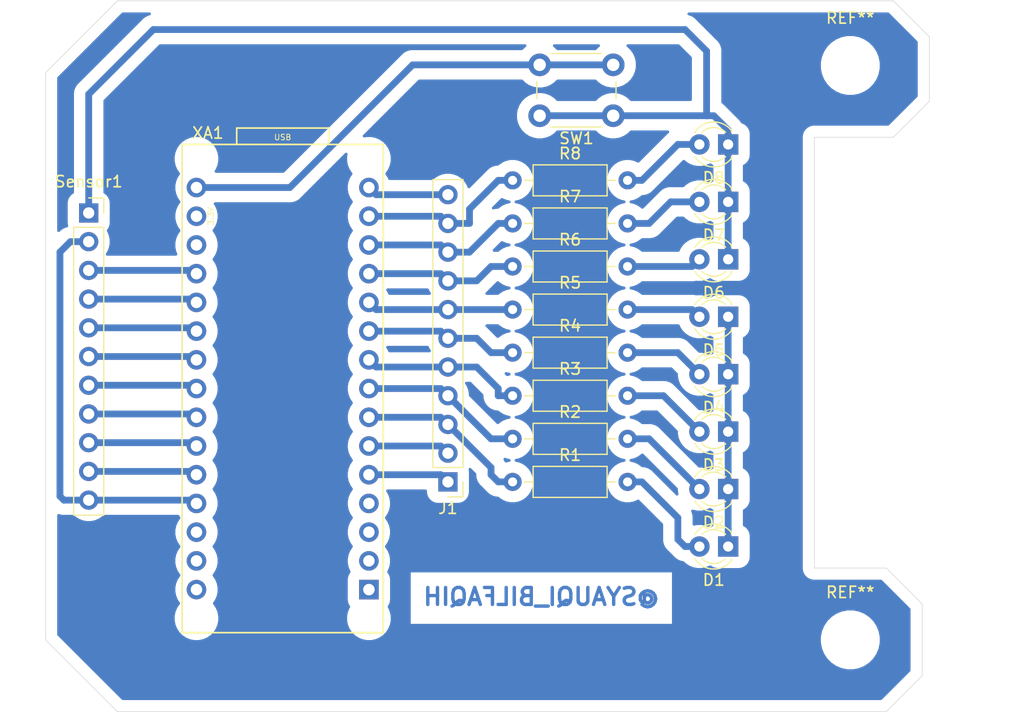
<source format=kicad_pcb>
(kicad_pcb (version 20171130) (host pcbnew "(5.1.12)-1")

  (general
    (thickness 1.6)
    (drawings 18)
    (tracks 113)
    (zones 0)
    (modules 22)
    (nets 39)
  )

  (page A4)
  (layers
    (0 F.Cu signal)
    (31 B.Cu signal)
    (32 B.Adhes user)
    (33 F.Adhes user)
    (34 B.Paste user)
    (35 F.Paste user)
    (36 B.SilkS user)
    (37 F.SilkS user)
    (38 B.Mask user)
    (39 F.Mask user)
    (40 Dwgs.User user)
    (41 Cmts.User user)
    (42 Eco1.User user)
    (43 Eco2.User user)
    (44 Edge.Cuts user)
    (45 Margin user)
    (46 B.CrtYd user)
    (47 F.CrtYd user)
    (48 B.Fab user)
    (49 F.Fab user)
  )

  (setup
    (last_trace_width 0.25)
    (user_trace_width 0.6)
    (trace_clearance 0.2)
    (zone_clearance 0.508)
    (zone_45_only no)
    (trace_min 0.2)
    (via_size 0.8)
    (via_drill 0.4)
    (via_min_size 0.4)
    (via_min_drill 0.3)
    (uvia_size 0.3)
    (uvia_drill 0.1)
    (uvias_allowed no)
    (uvia_min_size 0.2)
    (uvia_min_drill 0.1)
    (edge_width 0.05)
    (segment_width 0.2)
    (pcb_text_width 0.3)
    (pcb_text_size 1.5 1.5)
    (mod_edge_width 0.12)
    (mod_text_size 1 1)
    (mod_text_width 0.15)
    (pad_size 1.524 1.524)
    (pad_drill 0.762)
    (pad_to_mask_clearance 0)
    (aux_axis_origin 0 0)
    (visible_elements 7FFFFFFF)
    (pcbplotparams
      (layerselection 0x010fc_ffffffff)
      (usegerberextensions false)
      (usegerberattributes true)
      (usegerberadvancedattributes true)
      (creategerberjobfile true)
      (excludeedgelayer true)
      (linewidth 0.100000)
      (plotframeref false)
      (viasonmask false)
      (mode 1)
      (useauxorigin false)
      (hpglpennumber 1)
      (hpglpenspeed 20)
      (hpglpendiameter 15.000000)
      (psnegative false)
      (psa4output false)
      (plotreference true)
      (plotvalue true)
      (plotinvisibletext false)
      (padsonsilk false)
      (subtractmaskfromsilk false)
      (outputformat 1)
      (mirror false)
      (drillshape 1)
      (scaleselection 1)
      (outputdirectory ""))
  )

  (net 0 "")
  (net 1 "Net-(XA1-PadD1)")
  (net 2 "Net-(XA1-PadD0)")
  (net 3 "Net-(XA1-PadRST1)")
  (net 4 "Net-(XA1-Pad3V3)")
  (net 5 "Net-(XA1-PadAREF)")
  (net 6 "Net-(XA1-PadRST2)")
  (net 7 "Net-(XA1-PadGND2)")
  (net 8 "Net-(XA1-PadVIN)")
  (net 9 "Net-(D1-Pad2)")
  (net 10 GND)
  (net 11 "Net-(D2-Pad2)")
  (net 12 "Net-(D3-Pad2)")
  (net 13 "Net-(D4-Pad2)")
  (net 14 "Net-(D5-Pad2)")
  (net 15 "Net-(D6-Pad2)")
  (net 16 "Net-(D7-Pad2)")
  (net 17 "Net-(D8-Pad2)")
  (net 18 OUT11)
  (net 19 OUT8)
  (net 20 OUT7)
  (net 21 OUT6)
  (net 22 OUT5)
  (net 23 OUT4)
  (net 24 OUT3)
  (net 25 OUT2)
  (net 26 OUT1)
  (net 27 OUT10)
  (net 28 OUT9)
  (net 29 IR)
  (net 30 D8)
  (net 31 D7)
  (net 32 D6)
  (net 33 D5)
  (net 34 D4)
  (net 35 D3)
  (net 36 D2)
  (net 37 D1)
  (net 38 "Net-(SW1-Pad2)")

  (net_class Default "This is the default net class."
    (clearance 0.2)
    (trace_width 0.25)
    (via_dia 0.8)
    (via_drill 0.4)
    (uvia_dia 0.3)
    (uvia_drill 0.1)
    (add_net D1)
    (add_net D2)
    (add_net D3)
    (add_net D4)
    (add_net D5)
    (add_net D6)
    (add_net D7)
    (add_net D8)
    (add_net GND)
    (add_net IR)
    (add_net "Net-(D1-Pad2)")
    (add_net "Net-(D2-Pad2)")
    (add_net "Net-(D3-Pad2)")
    (add_net "Net-(D4-Pad2)")
    (add_net "Net-(D5-Pad2)")
    (add_net "Net-(D6-Pad2)")
    (add_net "Net-(D7-Pad2)")
    (add_net "Net-(D8-Pad2)")
    (add_net "Net-(SW1-Pad2)")
    (add_net "Net-(XA1-Pad3V3)")
    (add_net "Net-(XA1-PadAREF)")
    (add_net "Net-(XA1-PadD0)")
    (add_net "Net-(XA1-PadD1)")
    (add_net "Net-(XA1-PadGND2)")
    (add_net "Net-(XA1-PadRST1)")
    (add_net "Net-(XA1-PadRST2)")
    (add_net "Net-(XA1-PadVIN)")
    (add_net OUT1)
    (add_net OUT10)
    (add_net OUT11)
    (add_net OUT2)
    (add_net OUT3)
    (add_net OUT4)
    (add_net OUT5)
    (add_net OUT6)
    (add_net OUT7)
    (add_net OUT8)
    (add_net OUT9)
  )

  (module MountingHole:MountingHole_3.2mm_M3 (layer F.Cu) (tedit 56D1B4CB) (tstamp 63A3E765)
    (at 192.405 120.65)
    (descr "Mounting Hole 3.2mm, no annular, M3")
    (tags "mounting hole 3.2mm no annular m3")
    (attr virtual)
    (fp_text reference REF** (at 0 -4.2) (layer F.SilkS)
      (effects (font (size 1 1) (thickness 0.15)))
    )
    (fp_text value MountingHole_3.2mm_M3 (at 0 4.2) (layer F.Fab)
      (effects (font (size 1 1) (thickness 0.15)))
    )
    (fp_circle (center 0 0) (end 3.45 0) (layer F.CrtYd) (width 0.05))
    (fp_circle (center 0 0) (end 3.2 0) (layer Cmts.User) (width 0.15))
    (fp_text user %R (at 0.3 0) (layer F.Fab)
      (effects (font (size 1 1) (thickness 0.15)))
    )
    (pad 1 np_thru_hole circle (at 0 0) (size 3.2 3.2) (drill 3.2) (layers *.Cu *.Mask))
  )

  (module MountingHole:MountingHole_3.2mm_M3 (layer F.Cu) (tedit 56D1B4CB) (tstamp 63A3E73A)
    (at 192.405 69.85)
    (descr "Mounting Hole 3.2mm, no annular, M3")
    (tags "mounting hole 3.2mm no annular m3")
    (attr virtual)
    (fp_text reference REF** (at 0 -4.2) (layer F.SilkS)
      (effects (font (size 1 1) (thickness 0.15)))
    )
    (fp_text value MountingHole_3.2mm_M3 (at 0 4.2) (layer F.Fab)
      (effects (font (size 1 1) (thickness 0.15)))
    )
    (fp_circle (center 0 0) (end 3.45 0) (layer F.CrtYd) (width 0.05))
    (fp_circle (center 0 0) (end 3.2 0) (layer Cmts.User) (width 0.15))
    (fp_text user %R (at 0.3 0) (layer F.Fab)
      (effects (font (size 1 1) (thickness 0.15)))
    )
    (pad 1 np_thru_hole circle (at 0 0) (size 3.2 3.2) (drill 3.2) (layers *.Cu *.Mask))
  )

  (module Button_Switch_THT:SW_PUSH_6mm (layer F.Cu) (tedit 5A02FE31) (tstamp 63A37B43)
    (at 171.45 74.295 180)
    (descr https://www.omron.com/ecb/products/pdf/en-b3f.pdf)
    (tags "tact sw push 6mm")
    (path /63A43387)
    (fp_text reference SW1 (at 3.25 -2) (layer F.SilkS)
      (effects (font (size 1 1) (thickness 0.15)))
    )
    (fp_text value SW_Push_Open (at 3.75 6.7) (layer F.Fab)
      (effects (font (size 1 1) (thickness 0.15)))
    )
    (fp_circle (center 3.25 2.25) (end 1.25 2.5) (layer F.Fab) (width 0.1))
    (fp_line (start 6.75 3) (end 6.75 1.5) (layer F.SilkS) (width 0.12))
    (fp_line (start 5.5 -1) (end 1 -1) (layer F.SilkS) (width 0.12))
    (fp_line (start -0.25 1.5) (end -0.25 3) (layer F.SilkS) (width 0.12))
    (fp_line (start 1 5.5) (end 5.5 5.5) (layer F.SilkS) (width 0.12))
    (fp_line (start 8 -1.25) (end 8 5.75) (layer F.CrtYd) (width 0.05))
    (fp_line (start 7.75 6) (end -1.25 6) (layer F.CrtYd) (width 0.05))
    (fp_line (start -1.5 5.75) (end -1.5 -1.25) (layer F.CrtYd) (width 0.05))
    (fp_line (start -1.25 -1.5) (end 7.75 -1.5) (layer F.CrtYd) (width 0.05))
    (fp_line (start -1.5 6) (end -1.25 6) (layer F.CrtYd) (width 0.05))
    (fp_line (start -1.5 5.75) (end -1.5 6) (layer F.CrtYd) (width 0.05))
    (fp_line (start -1.5 -1.5) (end -1.25 -1.5) (layer F.CrtYd) (width 0.05))
    (fp_line (start -1.5 -1.25) (end -1.5 -1.5) (layer F.CrtYd) (width 0.05))
    (fp_line (start 8 -1.5) (end 8 -1.25) (layer F.CrtYd) (width 0.05))
    (fp_line (start 7.75 -1.5) (end 8 -1.5) (layer F.CrtYd) (width 0.05))
    (fp_line (start 8 6) (end 8 5.75) (layer F.CrtYd) (width 0.05))
    (fp_line (start 7.75 6) (end 8 6) (layer F.CrtYd) (width 0.05))
    (fp_line (start 0.25 -0.75) (end 3.25 -0.75) (layer F.Fab) (width 0.1))
    (fp_line (start 0.25 5.25) (end 0.25 -0.75) (layer F.Fab) (width 0.1))
    (fp_line (start 6.25 5.25) (end 0.25 5.25) (layer F.Fab) (width 0.1))
    (fp_line (start 6.25 -0.75) (end 6.25 5.25) (layer F.Fab) (width 0.1))
    (fp_line (start 3.25 -0.75) (end 6.25 -0.75) (layer F.Fab) (width 0.1))
    (fp_text user %R (at 3.25 2.25) (layer F.Fab)
      (effects (font (size 1 1) (thickness 0.15)))
    )
    (pad 1 thru_hole circle (at 6.5 0 270) (size 2 2) (drill 1.1) (layers *.Cu *.Mask)
      (net 10 GND))
    (pad 2 thru_hole circle (at 6.5 4.5 270) (size 2 2) (drill 1.1) (layers *.Cu *.Mask)
      (net 38 "Net-(SW1-Pad2)"))
    (pad 1 thru_hole circle (at 0 0 270) (size 2 2) (drill 1.1) (layers *.Cu *.Mask)
      (net 10 GND))
    (pad 2 thru_hole circle (at 0 4.5 270) (size 2 2) (drill 1.1) (layers *.Cu *.Mask)
      (net 38 "Net-(SW1-Pad2)"))
    (model ${KISYS3DMOD}/Button_Switch_THT.3dshapes/SW_PUSH_6mm.wrl
      (at (xyz 0 0 0))
      (scale (xyz 1 1 1))
      (rotate (xyz 0 0 0))
    )
  )

  (module Connector_PinSocket_2.54mm:PinSocket_1x11_P2.54mm_Vertical (layer F.Cu) (tedit 5A19A42E) (tstamp 63A37B24)
    (at 125.095 82.8925)
    (descr "Through hole straight socket strip, 1x11, 2.54mm pitch, single row (from Kicad 4.0.7), script generated")
    (tags "Through hole socket strip THT 1x11 2.54mm single row")
    (path /63A34FF0)
    (fp_text reference Sensor1 (at 0 -2.77) (layer F.SilkS)
      (effects (font (size 1 1) (thickness 0.15)))
    )
    (fp_text value "8 Ch Sensor Module" (at 0 28.17) (layer F.Fab)
      (effects (font (size 1 1) (thickness 0.15)))
    )
    (fp_line (start -1.8 27.15) (end -1.8 -1.8) (layer F.CrtYd) (width 0.05))
    (fp_line (start 1.75 27.15) (end -1.8 27.15) (layer F.CrtYd) (width 0.05))
    (fp_line (start 1.75 -1.8) (end 1.75 27.15) (layer F.CrtYd) (width 0.05))
    (fp_line (start -1.8 -1.8) (end 1.75 -1.8) (layer F.CrtYd) (width 0.05))
    (fp_line (start 0 -1.33) (end 1.33 -1.33) (layer F.SilkS) (width 0.12))
    (fp_line (start 1.33 -1.33) (end 1.33 0) (layer F.SilkS) (width 0.12))
    (fp_line (start 1.33 1.27) (end 1.33 26.73) (layer F.SilkS) (width 0.12))
    (fp_line (start -1.33 26.73) (end 1.33 26.73) (layer F.SilkS) (width 0.12))
    (fp_line (start -1.33 1.27) (end -1.33 26.73) (layer F.SilkS) (width 0.12))
    (fp_line (start -1.33 1.27) (end 1.33 1.27) (layer F.SilkS) (width 0.12))
    (fp_line (start -1.27 26.67) (end -1.27 -1.27) (layer F.Fab) (width 0.1))
    (fp_line (start 1.27 26.67) (end -1.27 26.67) (layer F.Fab) (width 0.1))
    (fp_line (start 1.27 -0.635) (end 1.27 26.67) (layer F.Fab) (width 0.1))
    (fp_line (start 0.635 -1.27) (end 1.27 -0.635) (layer F.Fab) (width 0.1))
    (fp_line (start -1.27 -1.27) (end 0.635 -1.27) (layer F.Fab) (width 0.1))
    (fp_text user %R (at 0 12.7 90) (layer F.Fab)
      (effects (font (size 1 1) (thickness 0.15)))
    )
    (pad 11 thru_hole oval (at 0 25.4) (size 1.7 1.7) (drill 1) (layers *.Cu *.Mask)
      (net 29 IR))
    (pad 10 thru_hole oval (at 0 22.86) (size 1.7 1.7) (drill 1) (layers *.Cu *.Mask)
      (net 30 D8))
    (pad 9 thru_hole oval (at 0 20.32) (size 1.7 1.7) (drill 1) (layers *.Cu *.Mask)
      (net 31 D7))
    (pad 8 thru_hole oval (at 0 17.78) (size 1.7 1.7) (drill 1) (layers *.Cu *.Mask)
      (net 32 D6))
    (pad 7 thru_hole oval (at 0 15.24) (size 1.7 1.7) (drill 1) (layers *.Cu *.Mask)
      (net 33 D5))
    (pad 6 thru_hole oval (at 0 12.7) (size 1.7 1.7) (drill 1) (layers *.Cu *.Mask)
      (net 34 D4))
    (pad 5 thru_hole oval (at 0 10.16) (size 1.7 1.7) (drill 1) (layers *.Cu *.Mask)
      (net 35 D3))
    (pad 4 thru_hole oval (at 0 7.62) (size 1.7 1.7) (drill 1) (layers *.Cu *.Mask)
      (net 36 D2))
    (pad 3 thru_hole oval (at 0 5.08) (size 1.7 1.7) (drill 1) (layers *.Cu *.Mask)
      (net 37 D1))
    (pad 2 thru_hole oval (at 0 2.54) (size 1.7 1.7) (drill 1) (layers *.Cu *.Mask)
      (net 29 IR))
    (pad 1 thru_hole rect (at 0 0) (size 1.7 1.7) (drill 1) (layers *.Cu *.Mask)
      (net 10 GND))
    (model ${KISYS3DMOD}/Connector_PinSocket_2.54mm.3dshapes/PinSocket_1x11_P2.54mm_Vertical.wrl
      (at (xyz 0 0 0))
      (scale (xyz 1 1 1))
      (rotate (xyz 0 0 0))
    )
  )

  (module Resistor_THT:R_Axial_DIN0207_L6.3mm_D2.5mm_P10.16mm_Horizontal (layer F.Cu) (tedit 5AE5139B) (tstamp 63A37B05)
    (at 162.56 80.01)
    (descr "Resistor, Axial_DIN0207 series, Axial, Horizontal, pin pitch=10.16mm, 0.25W = 1/4W, length*diameter=6.3*2.5mm^2, http://cdn-reichelt.de/documents/datenblatt/B400/1_4W%23YAG.pdf")
    (tags "Resistor Axial_DIN0207 series Axial Horizontal pin pitch 10.16mm 0.25W = 1/4W length 6.3mm diameter 2.5mm")
    (path /63A69DD0)
    (fp_text reference R8 (at 5.08 -2.37) (layer F.SilkS)
      (effects (font (size 1 1) (thickness 0.15)))
    )
    (fp_text value R (at 5.08 2.37) (layer F.Fab)
      (effects (font (size 1 1) (thickness 0.15)))
    )
    (fp_line (start 11.21 -1.5) (end -1.05 -1.5) (layer F.CrtYd) (width 0.05))
    (fp_line (start 11.21 1.5) (end 11.21 -1.5) (layer F.CrtYd) (width 0.05))
    (fp_line (start -1.05 1.5) (end 11.21 1.5) (layer F.CrtYd) (width 0.05))
    (fp_line (start -1.05 -1.5) (end -1.05 1.5) (layer F.CrtYd) (width 0.05))
    (fp_line (start 9.12 0) (end 8.35 0) (layer F.SilkS) (width 0.12))
    (fp_line (start 1.04 0) (end 1.81 0) (layer F.SilkS) (width 0.12))
    (fp_line (start 8.35 -1.37) (end 1.81 -1.37) (layer F.SilkS) (width 0.12))
    (fp_line (start 8.35 1.37) (end 8.35 -1.37) (layer F.SilkS) (width 0.12))
    (fp_line (start 1.81 1.37) (end 8.35 1.37) (layer F.SilkS) (width 0.12))
    (fp_line (start 1.81 -1.37) (end 1.81 1.37) (layer F.SilkS) (width 0.12))
    (fp_line (start 10.16 0) (end 8.23 0) (layer F.Fab) (width 0.1))
    (fp_line (start 0 0) (end 1.93 0) (layer F.Fab) (width 0.1))
    (fp_line (start 8.23 -1.25) (end 1.93 -1.25) (layer F.Fab) (width 0.1))
    (fp_line (start 8.23 1.25) (end 8.23 -1.25) (layer F.Fab) (width 0.1))
    (fp_line (start 1.93 1.25) (end 8.23 1.25) (layer F.Fab) (width 0.1))
    (fp_line (start 1.93 -1.25) (end 1.93 1.25) (layer F.Fab) (width 0.1))
    (fp_text user %R (at 5.08 0) (layer F.Fab)
      (effects (font (size 1 1) (thickness 0.15)))
    )
    (pad 2 thru_hole oval (at 10.16 0) (size 1.6 1.6) (drill 0.8) (layers *.Cu *.Mask)
      (net 17 "Net-(D8-Pad2)"))
    (pad 1 thru_hole circle (at 0 0) (size 1.6 1.6) (drill 0.8) (layers *.Cu *.Mask)
      (net 19 OUT8))
    (model ${KISYS3DMOD}/Resistor_THT.3dshapes/R_Axial_DIN0207_L6.3mm_D2.5mm_P10.16mm_Horizontal.wrl
      (at (xyz 0 0 0))
      (scale (xyz 1 1 1))
      (rotate (xyz 0 0 0))
    )
  )

  (module Resistor_THT:R_Axial_DIN0207_L6.3mm_D2.5mm_P10.16mm_Horizontal (layer F.Cu) (tedit 5AE5139B) (tstamp 63A37AEE)
    (at 162.56 83.82)
    (descr "Resistor, Axial_DIN0207 series, Axial, Horizontal, pin pitch=10.16mm, 0.25W = 1/4W, length*diameter=6.3*2.5mm^2, http://cdn-reichelt.de/documents/datenblatt/B400/1_4W%23YAG.pdf")
    (tags "Resistor Axial_DIN0207 series Axial Horizontal pin pitch 10.16mm 0.25W = 1/4W length 6.3mm diameter 2.5mm")
    (path /63A69DC4)
    (fp_text reference R7 (at 5.08 -2.37) (layer F.SilkS)
      (effects (font (size 1 1) (thickness 0.15)))
    )
    (fp_text value R (at 5.08 2.37) (layer F.Fab)
      (effects (font (size 1 1) (thickness 0.15)))
    )
    (fp_line (start 11.21 -1.5) (end -1.05 -1.5) (layer F.CrtYd) (width 0.05))
    (fp_line (start 11.21 1.5) (end 11.21 -1.5) (layer F.CrtYd) (width 0.05))
    (fp_line (start -1.05 1.5) (end 11.21 1.5) (layer F.CrtYd) (width 0.05))
    (fp_line (start -1.05 -1.5) (end -1.05 1.5) (layer F.CrtYd) (width 0.05))
    (fp_line (start 9.12 0) (end 8.35 0) (layer F.SilkS) (width 0.12))
    (fp_line (start 1.04 0) (end 1.81 0) (layer F.SilkS) (width 0.12))
    (fp_line (start 8.35 -1.37) (end 1.81 -1.37) (layer F.SilkS) (width 0.12))
    (fp_line (start 8.35 1.37) (end 8.35 -1.37) (layer F.SilkS) (width 0.12))
    (fp_line (start 1.81 1.37) (end 8.35 1.37) (layer F.SilkS) (width 0.12))
    (fp_line (start 1.81 -1.37) (end 1.81 1.37) (layer F.SilkS) (width 0.12))
    (fp_line (start 10.16 0) (end 8.23 0) (layer F.Fab) (width 0.1))
    (fp_line (start 0 0) (end 1.93 0) (layer F.Fab) (width 0.1))
    (fp_line (start 8.23 -1.25) (end 1.93 -1.25) (layer F.Fab) (width 0.1))
    (fp_line (start 8.23 1.25) (end 8.23 -1.25) (layer F.Fab) (width 0.1))
    (fp_line (start 1.93 1.25) (end 8.23 1.25) (layer F.Fab) (width 0.1))
    (fp_line (start 1.93 -1.25) (end 1.93 1.25) (layer F.Fab) (width 0.1))
    (fp_text user %R (at 5.08 0) (layer F.Fab)
      (effects (font (size 1 1) (thickness 0.15)))
    )
    (pad 2 thru_hole oval (at 10.16 0) (size 1.6 1.6) (drill 0.8) (layers *.Cu *.Mask)
      (net 16 "Net-(D7-Pad2)"))
    (pad 1 thru_hole circle (at 0 0) (size 1.6 1.6) (drill 0.8) (layers *.Cu *.Mask)
      (net 20 OUT7))
    (model ${KISYS3DMOD}/Resistor_THT.3dshapes/R_Axial_DIN0207_L6.3mm_D2.5mm_P10.16mm_Horizontal.wrl
      (at (xyz 0 0 0))
      (scale (xyz 1 1 1))
      (rotate (xyz 0 0 0))
    )
  )

  (module Resistor_THT:R_Axial_DIN0207_L6.3mm_D2.5mm_P10.16mm_Horizontal (layer F.Cu) (tedit 5AE5139B) (tstamp 63A37AD7)
    (at 162.56 87.63)
    (descr "Resistor, Axial_DIN0207 series, Axial, Horizontal, pin pitch=10.16mm, 0.25W = 1/4W, length*diameter=6.3*2.5mm^2, http://cdn-reichelt.de/documents/datenblatt/B400/1_4W%23YAG.pdf")
    (tags "Resistor Axial_DIN0207 series Axial Horizontal pin pitch 10.16mm 0.25W = 1/4W length 6.3mm diameter 2.5mm")
    (path /63A69DB8)
    (fp_text reference R6 (at 5.08 -2.37) (layer F.SilkS)
      (effects (font (size 1 1) (thickness 0.15)))
    )
    (fp_text value R (at 5.08 2.37) (layer F.Fab)
      (effects (font (size 1 1) (thickness 0.15)))
    )
    (fp_line (start 11.21 -1.5) (end -1.05 -1.5) (layer F.CrtYd) (width 0.05))
    (fp_line (start 11.21 1.5) (end 11.21 -1.5) (layer F.CrtYd) (width 0.05))
    (fp_line (start -1.05 1.5) (end 11.21 1.5) (layer F.CrtYd) (width 0.05))
    (fp_line (start -1.05 -1.5) (end -1.05 1.5) (layer F.CrtYd) (width 0.05))
    (fp_line (start 9.12 0) (end 8.35 0) (layer F.SilkS) (width 0.12))
    (fp_line (start 1.04 0) (end 1.81 0) (layer F.SilkS) (width 0.12))
    (fp_line (start 8.35 -1.37) (end 1.81 -1.37) (layer F.SilkS) (width 0.12))
    (fp_line (start 8.35 1.37) (end 8.35 -1.37) (layer F.SilkS) (width 0.12))
    (fp_line (start 1.81 1.37) (end 8.35 1.37) (layer F.SilkS) (width 0.12))
    (fp_line (start 1.81 -1.37) (end 1.81 1.37) (layer F.SilkS) (width 0.12))
    (fp_line (start 10.16 0) (end 8.23 0) (layer F.Fab) (width 0.1))
    (fp_line (start 0 0) (end 1.93 0) (layer F.Fab) (width 0.1))
    (fp_line (start 8.23 -1.25) (end 1.93 -1.25) (layer F.Fab) (width 0.1))
    (fp_line (start 8.23 1.25) (end 8.23 -1.25) (layer F.Fab) (width 0.1))
    (fp_line (start 1.93 1.25) (end 8.23 1.25) (layer F.Fab) (width 0.1))
    (fp_line (start 1.93 -1.25) (end 1.93 1.25) (layer F.Fab) (width 0.1))
    (fp_text user %R (at 5.08 0) (layer F.Fab)
      (effects (font (size 1 1) (thickness 0.15)))
    )
    (pad 2 thru_hole oval (at 10.16 0) (size 1.6 1.6) (drill 0.8) (layers *.Cu *.Mask)
      (net 15 "Net-(D6-Pad2)"))
    (pad 1 thru_hole circle (at 0 0) (size 1.6 1.6) (drill 0.8) (layers *.Cu *.Mask)
      (net 21 OUT6))
    (model ${KISYS3DMOD}/Resistor_THT.3dshapes/R_Axial_DIN0207_L6.3mm_D2.5mm_P10.16mm_Horizontal.wrl
      (at (xyz 0 0 0))
      (scale (xyz 1 1 1))
      (rotate (xyz 0 0 0))
    )
  )

  (module Resistor_THT:R_Axial_DIN0207_L6.3mm_D2.5mm_P10.16mm_Horizontal (layer F.Cu) (tedit 5AE5139B) (tstamp 63A37AC0)
    (at 162.56 91.44)
    (descr "Resistor, Axial_DIN0207 series, Axial, Horizontal, pin pitch=10.16mm, 0.25W = 1/4W, length*diameter=6.3*2.5mm^2, http://cdn-reichelt.de/documents/datenblatt/B400/1_4W%23YAG.pdf")
    (tags "Resistor Axial_DIN0207 series Axial Horizontal pin pitch 10.16mm 0.25W = 1/4W length 6.3mm diameter 2.5mm")
    (path /63A69DAC)
    (fp_text reference R5 (at 5.08 -2.37) (layer F.SilkS)
      (effects (font (size 1 1) (thickness 0.15)))
    )
    (fp_text value R (at 5.08 2.37) (layer F.Fab)
      (effects (font (size 1 1) (thickness 0.15)))
    )
    (fp_line (start 11.21 -1.5) (end -1.05 -1.5) (layer F.CrtYd) (width 0.05))
    (fp_line (start 11.21 1.5) (end 11.21 -1.5) (layer F.CrtYd) (width 0.05))
    (fp_line (start -1.05 1.5) (end 11.21 1.5) (layer F.CrtYd) (width 0.05))
    (fp_line (start -1.05 -1.5) (end -1.05 1.5) (layer F.CrtYd) (width 0.05))
    (fp_line (start 9.12 0) (end 8.35 0) (layer F.SilkS) (width 0.12))
    (fp_line (start 1.04 0) (end 1.81 0) (layer F.SilkS) (width 0.12))
    (fp_line (start 8.35 -1.37) (end 1.81 -1.37) (layer F.SilkS) (width 0.12))
    (fp_line (start 8.35 1.37) (end 8.35 -1.37) (layer F.SilkS) (width 0.12))
    (fp_line (start 1.81 1.37) (end 8.35 1.37) (layer F.SilkS) (width 0.12))
    (fp_line (start 1.81 -1.37) (end 1.81 1.37) (layer F.SilkS) (width 0.12))
    (fp_line (start 10.16 0) (end 8.23 0) (layer F.Fab) (width 0.1))
    (fp_line (start 0 0) (end 1.93 0) (layer F.Fab) (width 0.1))
    (fp_line (start 8.23 -1.25) (end 1.93 -1.25) (layer F.Fab) (width 0.1))
    (fp_line (start 8.23 1.25) (end 8.23 -1.25) (layer F.Fab) (width 0.1))
    (fp_line (start 1.93 1.25) (end 8.23 1.25) (layer F.Fab) (width 0.1))
    (fp_line (start 1.93 -1.25) (end 1.93 1.25) (layer F.Fab) (width 0.1))
    (fp_text user %R (at 5.08 0) (layer F.Fab)
      (effects (font (size 1 1) (thickness 0.15)))
    )
    (pad 2 thru_hole oval (at 10.16 0) (size 1.6 1.6) (drill 0.8) (layers *.Cu *.Mask)
      (net 14 "Net-(D5-Pad2)"))
    (pad 1 thru_hole circle (at 0 0) (size 1.6 1.6) (drill 0.8) (layers *.Cu *.Mask)
      (net 22 OUT5))
    (model ${KISYS3DMOD}/Resistor_THT.3dshapes/R_Axial_DIN0207_L6.3mm_D2.5mm_P10.16mm_Horizontal.wrl
      (at (xyz 0 0 0))
      (scale (xyz 1 1 1))
      (rotate (xyz 0 0 0))
    )
  )

  (module Resistor_THT:R_Axial_DIN0207_L6.3mm_D2.5mm_P10.16mm_Horizontal (layer F.Cu) (tedit 5AE5139B) (tstamp 63A37AA9)
    (at 162.56 95.25)
    (descr "Resistor, Axial_DIN0207 series, Axial, Horizontal, pin pitch=10.16mm, 0.25W = 1/4W, length*diameter=6.3*2.5mm^2, http://cdn-reichelt.de/documents/datenblatt/B400/1_4W%23YAG.pdf")
    (tags "Resistor Axial_DIN0207 series Axial Horizontal pin pitch 10.16mm 0.25W = 1/4W length 6.3mm diameter 2.5mm")
    (path /63A5FD8C)
    (fp_text reference R4 (at 5.08 -2.37) (layer F.SilkS)
      (effects (font (size 1 1) (thickness 0.15)))
    )
    (fp_text value R (at 5.08 2.37) (layer F.Fab)
      (effects (font (size 1 1) (thickness 0.15)))
    )
    (fp_line (start 11.21 -1.5) (end -1.05 -1.5) (layer F.CrtYd) (width 0.05))
    (fp_line (start 11.21 1.5) (end 11.21 -1.5) (layer F.CrtYd) (width 0.05))
    (fp_line (start -1.05 1.5) (end 11.21 1.5) (layer F.CrtYd) (width 0.05))
    (fp_line (start -1.05 -1.5) (end -1.05 1.5) (layer F.CrtYd) (width 0.05))
    (fp_line (start 9.12 0) (end 8.35 0) (layer F.SilkS) (width 0.12))
    (fp_line (start 1.04 0) (end 1.81 0) (layer F.SilkS) (width 0.12))
    (fp_line (start 8.35 -1.37) (end 1.81 -1.37) (layer F.SilkS) (width 0.12))
    (fp_line (start 8.35 1.37) (end 8.35 -1.37) (layer F.SilkS) (width 0.12))
    (fp_line (start 1.81 1.37) (end 8.35 1.37) (layer F.SilkS) (width 0.12))
    (fp_line (start 1.81 -1.37) (end 1.81 1.37) (layer F.SilkS) (width 0.12))
    (fp_line (start 10.16 0) (end 8.23 0) (layer F.Fab) (width 0.1))
    (fp_line (start 0 0) (end 1.93 0) (layer F.Fab) (width 0.1))
    (fp_line (start 8.23 -1.25) (end 1.93 -1.25) (layer F.Fab) (width 0.1))
    (fp_line (start 8.23 1.25) (end 8.23 -1.25) (layer F.Fab) (width 0.1))
    (fp_line (start 1.93 1.25) (end 8.23 1.25) (layer F.Fab) (width 0.1))
    (fp_line (start 1.93 -1.25) (end 1.93 1.25) (layer F.Fab) (width 0.1))
    (fp_text user %R (at 5.08 0) (layer F.Fab)
      (effects (font (size 1 1) (thickness 0.15)))
    )
    (pad 2 thru_hole oval (at 10.16 0) (size 1.6 1.6) (drill 0.8) (layers *.Cu *.Mask)
      (net 13 "Net-(D4-Pad2)"))
    (pad 1 thru_hole circle (at 0 0) (size 1.6 1.6) (drill 0.8) (layers *.Cu *.Mask)
      (net 23 OUT4))
    (model ${KISYS3DMOD}/Resistor_THT.3dshapes/R_Axial_DIN0207_L6.3mm_D2.5mm_P10.16mm_Horizontal.wrl
      (at (xyz 0 0 0))
      (scale (xyz 1 1 1))
      (rotate (xyz 0 0 0))
    )
  )

  (module Resistor_THT:R_Axial_DIN0207_L6.3mm_D2.5mm_P10.16mm_Horizontal (layer F.Cu) (tedit 5AE5139B) (tstamp 63A37A92)
    (at 162.56 99.06)
    (descr "Resistor, Axial_DIN0207 series, Axial, Horizontal, pin pitch=10.16mm, 0.25W = 1/4W, length*diameter=6.3*2.5mm^2, http://cdn-reichelt.de/documents/datenblatt/B400/1_4W%23YAG.pdf")
    (tags "Resistor Axial_DIN0207 series Axial Horizontal pin pitch 10.16mm 0.25W = 1/4W length 6.3mm diameter 2.5mm")
    (path /63A5FD80)
    (fp_text reference R3 (at 5.08 -2.37) (layer F.SilkS)
      (effects (font (size 1 1) (thickness 0.15)))
    )
    (fp_text value R (at 5.08 2.37) (layer F.Fab)
      (effects (font (size 1 1) (thickness 0.15)))
    )
    (fp_line (start 11.21 -1.5) (end -1.05 -1.5) (layer F.CrtYd) (width 0.05))
    (fp_line (start 11.21 1.5) (end 11.21 -1.5) (layer F.CrtYd) (width 0.05))
    (fp_line (start -1.05 1.5) (end 11.21 1.5) (layer F.CrtYd) (width 0.05))
    (fp_line (start -1.05 -1.5) (end -1.05 1.5) (layer F.CrtYd) (width 0.05))
    (fp_line (start 9.12 0) (end 8.35 0) (layer F.SilkS) (width 0.12))
    (fp_line (start 1.04 0) (end 1.81 0) (layer F.SilkS) (width 0.12))
    (fp_line (start 8.35 -1.37) (end 1.81 -1.37) (layer F.SilkS) (width 0.12))
    (fp_line (start 8.35 1.37) (end 8.35 -1.37) (layer F.SilkS) (width 0.12))
    (fp_line (start 1.81 1.37) (end 8.35 1.37) (layer F.SilkS) (width 0.12))
    (fp_line (start 1.81 -1.37) (end 1.81 1.37) (layer F.SilkS) (width 0.12))
    (fp_line (start 10.16 0) (end 8.23 0) (layer F.Fab) (width 0.1))
    (fp_line (start 0 0) (end 1.93 0) (layer F.Fab) (width 0.1))
    (fp_line (start 8.23 -1.25) (end 1.93 -1.25) (layer F.Fab) (width 0.1))
    (fp_line (start 8.23 1.25) (end 8.23 -1.25) (layer F.Fab) (width 0.1))
    (fp_line (start 1.93 1.25) (end 8.23 1.25) (layer F.Fab) (width 0.1))
    (fp_line (start 1.93 -1.25) (end 1.93 1.25) (layer F.Fab) (width 0.1))
    (fp_text user %R (at 5.08 0) (layer F.Fab)
      (effects (font (size 1 1) (thickness 0.15)))
    )
    (pad 2 thru_hole oval (at 10.16 0) (size 1.6 1.6) (drill 0.8) (layers *.Cu *.Mask)
      (net 12 "Net-(D3-Pad2)"))
    (pad 1 thru_hole circle (at 0 0) (size 1.6 1.6) (drill 0.8) (layers *.Cu *.Mask)
      (net 24 OUT3))
    (model ${KISYS3DMOD}/Resistor_THT.3dshapes/R_Axial_DIN0207_L6.3mm_D2.5mm_P10.16mm_Horizontal.wrl
      (at (xyz 0 0 0))
      (scale (xyz 1 1 1))
      (rotate (xyz 0 0 0))
    )
  )

  (module Resistor_THT:R_Axial_DIN0207_L6.3mm_D2.5mm_P10.16mm_Horizontal (layer F.Cu) (tedit 5AE5139B) (tstamp 63A37A7B)
    (at 162.56 102.87)
    (descr "Resistor, Axial_DIN0207 series, Axial, Horizontal, pin pitch=10.16mm, 0.25W = 1/4W, length*diameter=6.3*2.5mm^2, http://cdn-reichelt.de/documents/datenblatt/B400/1_4W%23YAG.pdf")
    (tags "Resistor Axial_DIN0207 series Axial Horizontal pin pitch 10.16mm 0.25W = 1/4W length 6.3mm diameter 2.5mm")
    (path /63A5E2A1)
    (fp_text reference R2 (at 5.08 -2.37) (layer F.SilkS)
      (effects (font (size 1 1) (thickness 0.15)))
    )
    (fp_text value R (at 5.08 2.37) (layer F.Fab)
      (effects (font (size 1 1) (thickness 0.15)))
    )
    (fp_line (start 11.21 -1.5) (end -1.05 -1.5) (layer F.CrtYd) (width 0.05))
    (fp_line (start 11.21 1.5) (end 11.21 -1.5) (layer F.CrtYd) (width 0.05))
    (fp_line (start -1.05 1.5) (end 11.21 1.5) (layer F.CrtYd) (width 0.05))
    (fp_line (start -1.05 -1.5) (end -1.05 1.5) (layer F.CrtYd) (width 0.05))
    (fp_line (start 9.12 0) (end 8.35 0) (layer F.SilkS) (width 0.12))
    (fp_line (start 1.04 0) (end 1.81 0) (layer F.SilkS) (width 0.12))
    (fp_line (start 8.35 -1.37) (end 1.81 -1.37) (layer F.SilkS) (width 0.12))
    (fp_line (start 8.35 1.37) (end 8.35 -1.37) (layer F.SilkS) (width 0.12))
    (fp_line (start 1.81 1.37) (end 8.35 1.37) (layer F.SilkS) (width 0.12))
    (fp_line (start 1.81 -1.37) (end 1.81 1.37) (layer F.SilkS) (width 0.12))
    (fp_line (start 10.16 0) (end 8.23 0) (layer F.Fab) (width 0.1))
    (fp_line (start 0 0) (end 1.93 0) (layer F.Fab) (width 0.1))
    (fp_line (start 8.23 -1.25) (end 1.93 -1.25) (layer F.Fab) (width 0.1))
    (fp_line (start 8.23 1.25) (end 8.23 -1.25) (layer F.Fab) (width 0.1))
    (fp_line (start 1.93 1.25) (end 8.23 1.25) (layer F.Fab) (width 0.1))
    (fp_line (start 1.93 -1.25) (end 1.93 1.25) (layer F.Fab) (width 0.1))
    (fp_text user %R (at 5.08 0) (layer F.Fab)
      (effects (font (size 1 1) (thickness 0.15)))
    )
    (pad 2 thru_hole oval (at 10.16 0) (size 1.6 1.6) (drill 0.8) (layers *.Cu *.Mask)
      (net 11 "Net-(D2-Pad2)"))
    (pad 1 thru_hole circle (at 0 0) (size 1.6 1.6) (drill 0.8) (layers *.Cu *.Mask)
      (net 25 OUT2))
    (model ${KISYS3DMOD}/Resistor_THT.3dshapes/R_Axial_DIN0207_L6.3mm_D2.5mm_P10.16mm_Horizontal.wrl
      (at (xyz 0 0 0))
      (scale (xyz 1 1 1))
      (rotate (xyz 0 0 0))
    )
  )

  (module Resistor_THT:R_Axial_DIN0207_L6.3mm_D2.5mm_P10.16mm_Horizontal (layer F.Cu) (tedit 5AE5139B) (tstamp 63A37A64)
    (at 162.56 106.68)
    (descr "Resistor, Axial_DIN0207 series, Axial, Horizontal, pin pitch=10.16mm, 0.25W = 1/4W, length*diameter=6.3*2.5mm^2, http://cdn-reichelt.de/documents/datenblatt/B400/1_4W%23YAG.pdf")
    (tags "Resistor Axial_DIN0207 series Axial Horizontal pin pitch 10.16mm 0.25W = 1/4W length 6.3mm diameter 2.5mm")
    (path /63A5BE25)
    (fp_text reference R1 (at 5.08 -2.37) (layer F.SilkS)
      (effects (font (size 1 1) (thickness 0.15)))
    )
    (fp_text value R (at 5.08 2.37) (layer F.Fab)
      (effects (font (size 1 1) (thickness 0.15)))
    )
    (fp_line (start 11.21 -1.5) (end -1.05 -1.5) (layer F.CrtYd) (width 0.05))
    (fp_line (start 11.21 1.5) (end 11.21 -1.5) (layer F.CrtYd) (width 0.05))
    (fp_line (start -1.05 1.5) (end 11.21 1.5) (layer F.CrtYd) (width 0.05))
    (fp_line (start -1.05 -1.5) (end -1.05 1.5) (layer F.CrtYd) (width 0.05))
    (fp_line (start 9.12 0) (end 8.35 0) (layer F.SilkS) (width 0.12))
    (fp_line (start 1.04 0) (end 1.81 0) (layer F.SilkS) (width 0.12))
    (fp_line (start 8.35 -1.37) (end 1.81 -1.37) (layer F.SilkS) (width 0.12))
    (fp_line (start 8.35 1.37) (end 8.35 -1.37) (layer F.SilkS) (width 0.12))
    (fp_line (start 1.81 1.37) (end 8.35 1.37) (layer F.SilkS) (width 0.12))
    (fp_line (start 1.81 -1.37) (end 1.81 1.37) (layer F.SilkS) (width 0.12))
    (fp_line (start 10.16 0) (end 8.23 0) (layer F.Fab) (width 0.1))
    (fp_line (start 0 0) (end 1.93 0) (layer F.Fab) (width 0.1))
    (fp_line (start 8.23 -1.25) (end 1.93 -1.25) (layer F.Fab) (width 0.1))
    (fp_line (start 8.23 1.25) (end 8.23 -1.25) (layer F.Fab) (width 0.1))
    (fp_line (start 1.93 1.25) (end 8.23 1.25) (layer F.Fab) (width 0.1))
    (fp_line (start 1.93 -1.25) (end 1.93 1.25) (layer F.Fab) (width 0.1))
    (fp_text user %R (at 5.08 0) (layer F.Fab)
      (effects (font (size 1 1) (thickness 0.15)))
    )
    (pad 2 thru_hole oval (at 10.16 0) (size 1.6 1.6) (drill 0.8) (layers *.Cu *.Mask)
      (net 9 "Net-(D1-Pad2)"))
    (pad 1 thru_hole circle (at 0 0) (size 1.6 1.6) (drill 0.8) (layers *.Cu *.Mask)
      (net 26 OUT1))
    (model ${KISYS3DMOD}/Resistor_THT.3dshapes/R_Axial_DIN0207_L6.3mm_D2.5mm_P10.16mm_Horizontal.wrl
      (at (xyz 0 0 0))
      (scale (xyz 1 1 1))
      (rotate (xyz 0 0 0))
    )
  )

  (module Connector_PinHeader_2.54mm:PinHeader_1x11_P2.54mm_Vertical (layer F.Cu) (tedit 59FED5CC) (tstamp 63A37A4D)
    (at 156.845 106.68 180)
    (descr "Through hole straight pin header, 1x11, 2.54mm pitch, single row")
    (tags "Through hole pin header THT 1x11 2.54mm single row")
    (path /63A58E77)
    (fp_text reference J1 (at 0 -2.33) (layer F.SilkS)
      (effects (font (size 1 1) (thickness 0.15)))
    )
    (fp_text value Conn_01x11_Male (at 0 27.73) (layer F.Fab)
      (effects (font (size 1 1) (thickness 0.15)))
    )
    (fp_line (start 1.8 -1.8) (end -1.8 -1.8) (layer F.CrtYd) (width 0.05))
    (fp_line (start 1.8 27.2) (end 1.8 -1.8) (layer F.CrtYd) (width 0.05))
    (fp_line (start -1.8 27.2) (end 1.8 27.2) (layer F.CrtYd) (width 0.05))
    (fp_line (start -1.8 -1.8) (end -1.8 27.2) (layer F.CrtYd) (width 0.05))
    (fp_line (start -1.33 -1.33) (end 0 -1.33) (layer F.SilkS) (width 0.12))
    (fp_line (start -1.33 0) (end -1.33 -1.33) (layer F.SilkS) (width 0.12))
    (fp_line (start -1.33 1.27) (end 1.33 1.27) (layer F.SilkS) (width 0.12))
    (fp_line (start 1.33 1.27) (end 1.33 26.73) (layer F.SilkS) (width 0.12))
    (fp_line (start -1.33 1.27) (end -1.33 26.73) (layer F.SilkS) (width 0.12))
    (fp_line (start -1.33 26.73) (end 1.33 26.73) (layer F.SilkS) (width 0.12))
    (fp_line (start -1.27 -0.635) (end -0.635 -1.27) (layer F.Fab) (width 0.1))
    (fp_line (start -1.27 26.67) (end -1.27 -0.635) (layer F.Fab) (width 0.1))
    (fp_line (start 1.27 26.67) (end -1.27 26.67) (layer F.Fab) (width 0.1))
    (fp_line (start 1.27 -1.27) (end 1.27 26.67) (layer F.Fab) (width 0.1))
    (fp_line (start -0.635 -1.27) (end 1.27 -1.27) (layer F.Fab) (width 0.1))
    (fp_text user %R (at 0 12.7 90) (layer F.Fab)
      (effects (font (size 1 1) (thickness 0.15)))
    )
    (pad 11 thru_hole oval (at 0 25.4 180) (size 1.7 1.7) (drill 1) (layers *.Cu *.Mask)
      (net 18 OUT11))
    (pad 10 thru_hole oval (at 0 22.86 180) (size 1.7 1.7) (drill 1) (layers *.Cu *.Mask)
      (net 19 OUT8))
    (pad 9 thru_hole oval (at 0 20.32 180) (size 1.7 1.7) (drill 1) (layers *.Cu *.Mask)
      (net 20 OUT7))
    (pad 8 thru_hole oval (at 0 17.78 180) (size 1.7 1.7) (drill 1) (layers *.Cu *.Mask)
      (net 21 OUT6))
    (pad 7 thru_hole oval (at 0 15.24 180) (size 1.7 1.7) (drill 1) (layers *.Cu *.Mask)
      (net 22 OUT5))
    (pad 6 thru_hole oval (at 0 12.7 180) (size 1.7 1.7) (drill 1) (layers *.Cu *.Mask)
      (net 23 OUT4))
    (pad 5 thru_hole oval (at 0 10.16 180) (size 1.7 1.7) (drill 1) (layers *.Cu *.Mask)
      (net 24 OUT3))
    (pad 4 thru_hole oval (at 0 7.62 180) (size 1.7 1.7) (drill 1) (layers *.Cu *.Mask)
      (net 25 OUT2))
    (pad 3 thru_hole oval (at 0 5.08 180) (size 1.7 1.7) (drill 1) (layers *.Cu *.Mask)
      (net 26 OUT1))
    (pad 2 thru_hole oval (at 0 2.54 180) (size 1.7 1.7) (drill 1) (layers *.Cu *.Mask)
      (net 27 OUT10))
    (pad 1 thru_hole rect (at 0 0 180) (size 1.7 1.7) (drill 1) (layers *.Cu *.Mask)
      (net 28 OUT9))
    (model ${KISYS3DMOD}/Connector_PinHeader_2.54mm.3dshapes/PinHeader_1x11_P2.54mm_Vertical.wrl
      (at (xyz 0 0 0))
      (scale (xyz 1 1 1))
      (rotate (xyz 0 0 0))
    )
  )

  (module LED_THT:LED_D3.0mm (layer F.Cu) (tedit 587A3A7B) (tstamp 63A37A2E)
    (at 181.61 76.835 180)
    (descr "LED, diameter 3.0mm, 2 pins")
    (tags "LED diameter 3.0mm 2 pins")
    (path /63A69DCA)
    (fp_text reference D8 (at 1.27 -2.96) (layer F.SilkS)
      (effects (font (size 1 1) (thickness 0.15)))
    )
    (fp_text value LED (at 1.27 2.96) (layer F.Fab)
      (effects (font (size 1 1) (thickness 0.15)))
    )
    (fp_line (start 3.7 -2.25) (end -1.15 -2.25) (layer F.CrtYd) (width 0.05))
    (fp_line (start 3.7 2.25) (end 3.7 -2.25) (layer F.CrtYd) (width 0.05))
    (fp_line (start -1.15 2.25) (end 3.7 2.25) (layer F.CrtYd) (width 0.05))
    (fp_line (start -1.15 -2.25) (end -1.15 2.25) (layer F.CrtYd) (width 0.05))
    (fp_line (start -0.29 1.08) (end -0.29 1.236) (layer F.SilkS) (width 0.12))
    (fp_line (start -0.29 -1.236) (end -0.29 -1.08) (layer F.SilkS) (width 0.12))
    (fp_line (start -0.23 -1.16619) (end -0.23 1.16619) (layer F.Fab) (width 0.1))
    (fp_circle (center 1.27 0) (end 2.77 0) (layer F.Fab) (width 0.1))
    (fp_arc (start 1.27 0) (end 0.229039 1.08) (angle -87.9) (layer F.SilkS) (width 0.12))
    (fp_arc (start 1.27 0) (end 0.229039 -1.08) (angle 87.9) (layer F.SilkS) (width 0.12))
    (fp_arc (start 1.27 0) (end -0.29 1.235516) (angle -108.8) (layer F.SilkS) (width 0.12))
    (fp_arc (start 1.27 0) (end -0.29 -1.235516) (angle 108.8) (layer F.SilkS) (width 0.12))
    (fp_arc (start 1.27 0) (end -0.23 -1.16619) (angle 284.3) (layer F.Fab) (width 0.1))
    (pad 2 thru_hole circle (at 2.54 0 180) (size 1.8 1.8) (drill 0.9) (layers *.Cu *.Mask)
      (net 17 "Net-(D8-Pad2)"))
    (pad 1 thru_hole rect (at 0 0 180) (size 1.8 1.8) (drill 0.9) (layers *.Cu *.Mask)
      (net 10 GND))
    (model ${KISYS3DMOD}/LED_THT.3dshapes/LED_D3.0mm.wrl
      (at (xyz 0 0 0))
      (scale (xyz 1 1 1))
      (rotate (xyz 0 0 0))
    )
  )

  (module LED_THT:LED_D3.0mm (layer F.Cu) (tedit 587A3A7B) (tstamp 63A37A1B)
    (at 181.61 81.915 180)
    (descr "LED, diameter 3.0mm, 2 pins")
    (tags "LED diameter 3.0mm 2 pins")
    (path /63A69DBE)
    (fp_text reference D7 (at 1.27 -2.96) (layer F.SilkS)
      (effects (font (size 1 1) (thickness 0.15)))
    )
    (fp_text value LED (at 1.27 2.96) (layer F.Fab)
      (effects (font (size 1 1) (thickness 0.15)))
    )
    (fp_line (start 3.7 -2.25) (end -1.15 -2.25) (layer F.CrtYd) (width 0.05))
    (fp_line (start 3.7 2.25) (end 3.7 -2.25) (layer F.CrtYd) (width 0.05))
    (fp_line (start -1.15 2.25) (end 3.7 2.25) (layer F.CrtYd) (width 0.05))
    (fp_line (start -1.15 -2.25) (end -1.15 2.25) (layer F.CrtYd) (width 0.05))
    (fp_line (start -0.29 1.08) (end -0.29 1.236) (layer F.SilkS) (width 0.12))
    (fp_line (start -0.29 -1.236) (end -0.29 -1.08) (layer F.SilkS) (width 0.12))
    (fp_line (start -0.23 -1.16619) (end -0.23 1.16619) (layer F.Fab) (width 0.1))
    (fp_circle (center 1.27 0) (end 2.77 0) (layer F.Fab) (width 0.1))
    (fp_arc (start 1.27 0) (end 0.229039 1.08) (angle -87.9) (layer F.SilkS) (width 0.12))
    (fp_arc (start 1.27 0) (end 0.229039 -1.08) (angle 87.9) (layer F.SilkS) (width 0.12))
    (fp_arc (start 1.27 0) (end -0.29 1.235516) (angle -108.8) (layer F.SilkS) (width 0.12))
    (fp_arc (start 1.27 0) (end -0.29 -1.235516) (angle 108.8) (layer F.SilkS) (width 0.12))
    (fp_arc (start 1.27 0) (end -0.23 -1.16619) (angle 284.3) (layer F.Fab) (width 0.1))
    (pad 2 thru_hole circle (at 2.54 0 180) (size 1.8 1.8) (drill 0.9) (layers *.Cu *.Mask)
      (net 16 "Net-(D7-Pad2)"))
    (pad 1 thru_hole rect (at 0 0 180) (size 1.8 1.8) (drill 0.9) (layers *.Cu *.Mask)
      (net 10 GND))
    (model ${KISYS3DMOD}/LED_THT.3dshapes/LED_D3.0mm.wrl
      (at (xyz 0 0 0))
      (scale (xyz 1 1 1))
      (rotate (xyz 0 0 0))
    )
  )

  (module LED_THT:LED_D3.0mm (layer F.Cu) (tedit 587A3A7B) (tstamp 63A37A08)
    (at 181.61 86.995 180)
    (descr "LED, diameter 3.0mm, 2 pins")
    (tags "LED diameter 3.0mm 2 pins")
    (path /63A69DB2)
    (fp_text reference D6 (at 1.27 -2.96) (layer F.SilkS)
      (effects (font (size 1 1) (thickness 0.15)))
    )
    (fp_text value LED (at 1.27 2.96) (layer F.Fab)
      (effects (font (size 1 1) (thickness 0.15)))
    )
    (fp_line (start 3.7 -2.25) (end -1.15 -2.25) (layer F.CrtYd) (width 0.05))
    (fp_line (start 3.7 2.25) (end 3.7 -2.25) (layer F.CrtYd) (width 0.05))
    (fp_line (start -1.15 2.25) (end 3.7 2.25) (layer F.CrtYd) (width 0.05))
    (fp_line (start -1.15 -2.25) (end -1.15 2.25) (layer F.CrtYd) (width 0.05))
    (fp_line (start -0.29 1.08) (end -0.29 1.236) (layer F.SilkS) (width 0.12))
    (fp_line (start -0.29 -1.236) (end -0.29 -1.08) (layer F.SilkS) (width 0.12))
    (fp_line (start -0.23 -1.16619) (end -0.23 1.16619) (layer F.Fab) (width 0.1))
    (fp_circle (center 1.27 0) (end 2.77 0) (layer F.Fab) (width 0.1))
    (fp_arc (start 1.27 0) (end 0.229039 1.08) (angle -87.9) (layer F.SilkS) (width 0.12))
    (fp_arc (start 1.27 0) (end 0.229039 -1.08) (angle 87.9) (layer F.SilkS) (width 0.12))
    (fp_arc (start 1.27 0) (end -0.29 1.235516) (angle -108.8) (layer F.SilkS) (width 0.12))
    (fp_arc (start 1.27 0) (end -0.29 -1.235516) (angle 108.8) (layer F.SilkS) (width 0.12))
    (fp_arc (start 1.27 0) (end -0.23 -1.16619) (angle 284.3) (layer F.Fab) (width 0.1))
    (pad 2 thru_hole circle (at 2.54 0 180) (size 1.8 1.8) (drill 0.9) (layers *.Cu *.Mask)
      (net 15 "Net-(D6-Pad2)"))
    (pad 1 thru_hole rect (at 0 0 180) (size 1.8 1.8) (drill 0.9) (layers *.Cu *.Mask)
      (net 10 GND))
    (model ${KISYS3DMOD}/LED_THT.3dshapes/LED_D3.0mm.wrl
      (at (xyz 0 0 0))
      (scale (xyz 1 1 1))
      (rotate (xyz 0 0 0))
    )
  )

  (module LED_THT:LED_D3.0mm (layer F.Cu) (tedit 587A3A7B) (tstamp 63A379F5)
    (at 181.61 92.075 180)
    (descr "LED, diameter 3.0mm, 2 pins")
    (tags "LED diameter 3.0mm 2 pins")
    (path /63A69DA6)
    (fp_text reference D5 (at 1.27 -2.96) (layer F.SilkS)
      (effects (font (size 1 1) (thickness 0.15)))
    )
    (fp_text value LED (at 1.27 2.96) (layer F.Fab)
      (effects (font (size 1 1) (thickness 0.15)))
    )
    (fp_line (start 3.7 -2.25) (end -1.15 -2.25) (layer F.CrtYd) (width 0.05))
    (fp_line (start 3.7 2.25) (end 3.7 -2.25) (layer F.CrtYd) (width 0.05))
    (fp_line (start -1.15 2.25) (end 3.7 2.25) (layer F.CrtYd) (width 0.05))
    (fp_line (start -1.15 -2.25) (end -1.15 2.25) (layer F.CrtYd) (width 0.05))
    (fp_line (start -0.29 1.08) (end -0.29 1.236) (layer F.SilkS) (width 0.12))
    (fp_line (start -0.29 -1.236) (end -0.29 -1.08) (layer F.SilkS) (width 0.12))
    (fp_line (start -0.23 -1.16619) (end -0.23 1.16619) (layer F.Fab) (width 0.1))
    (fp_circle (center 1.27 0) (end 2.77 0) (layer F.Fab) (width 0.1))
    (fp_arc (start 1.27 0) (end 0.229039 1.08) (angle -87.9) (layer F.SilkS) (width 0.12))
    (fp_arc (start 1.27 0) (end 0.229039 -1.08) (angle 87.9) (layer F.SilkS) (width 0.12))
    (fp_arc (start 1.27 0) (end -0.29 1.235516) (angle -108.8) (layer F.SilkS) (width 0.12))
    (fp_arc (start 1.27 0) (end -0.29 -1.235516) (angle 108.8) (layer F.SilkS) (width 0.12))
    (fp_arc (start 1.27 0) (end -0.23 -1.16619) (angle 284.3) (layer F.Fab) (width 0.1))
    (pad 2 thru_hole circle (at 2.54 0 180) (size 1.8 1.8) (drill 0.9) (layers *.Cu *.Mask)
      (net 14 "Net-(D5-Pad2)"))
    (pad 1 thru_hole rect (at 0 0 180) (size 1.8 1.8) (drill 0.9) (layers *.Cu *.Mask)
      (net 10 GND))
    (model ${KISYS3DMOD}/LED_THT.3dshapes/LED_D3.0mm.wrl
      (at (xyz 0 0 0))
      (scale (xyz 1 1 1))
      (rotate (xyz 0 0 0))
    )
  )

  (module LED_THT:LED_D3.0mm (layer F.Cu) (tedit 587A3A7B) (tstamp 63A379E2)
    (at 181.61 97.155 180)
    (descr "LED, diameter 3.0mm, 2 pins")
    (tags "LED diameter 3.0mm 2 pins")
    (path /63A5FD86)
    (fp_text reference D4 (at 1.27 -2.96) (layer F.SilkS)
      (effects (font (size 1 1) (thickness 0.15)))
    )
    (fp_text value LED (at 1.27 2.96) (layer F.Fab)
      (effects (font (size 1 1) (thickness 0.15)))
    )
    (fp_line (start 3.7 -2.25) (end -1.15 -2.25) (layer F.CrtYd) (width 0.05))
    (fp_line (start 3.7 2.25) (end 3.7 -2.25) (layer F.CrtYd) (width 0.05))
    (fp_line (start -1.15 2.25) (end 3.7 2.25) (layer F.CrtYd) (width 0.05))
    (fp_line (start -1.15 -2.25) (end -1.15 2.25) (layer F.CrtYd) (width 0.05))
    (fp_line (start -0.29 1.08) (end -0.29 1.236) (layer F.SilkS) (width 0.12))
    (fp_line (start -0.29 -1.236) (end -0.29 -1.08) (layer F.SilkS) (width 0.12))
    (fp_line (start -0.23 -1.16619) (end -0.23 1.16619) (layer F.Fab) (width 0.1))
    (fp_circle (center 1.27 0) (end 2.77 0) (layer F.Fab) (width 0.1))
    (fp_arc (start 1.27 0) (end 0.229039 1.08) (angle -87.9) (layer F.SilkS) (width 0.12))
    (fp_arc (start 1.27 0) (end 0.229039 -1.08) (angle 87.9) (layer F.SilkS) (width 0.12))
    (fp_arc (start 1.27 0) (end -0.29 1.235516) (angle -108.8) (layer F.SilkS) (width 0.12))
    (fp_arc (start 1.27 0) (end -0.29 -1.235516) (angle 108.8) (layer F.SilkS) (width 0.12))
    (fp_arc (start 1.27 0) (end -0.23 -1.16619) (angle 284.3) (layer F.Fab) (width 0.1))
    (pad 2 thru_hole circle (at 2.54 0 180) (size 1.8 1.8) (drill 0.9) (layers *.Cu *.Mask)
      (net 13 "Net-(D4-Pad2)"))
    (pad 1 thru_hole rect (at 0 0 180) (size 1.8 1.8) (drill 0.9) (layers *.Cu *.Mask)
      (net 10 GND))
    (model ${KISYS3DMOD}/LED_THT.3dshapes/LED_D3.0mm.wrl
      (at (xyz 0 0 0))
      (scale (xyz 1 1 1))
      (rotate (xyz 0 0 0))
    )
  )

  (module LED_THT:LED_D3.0mm (layer F.Cu) (tedit 587A3A7B) (tstamp 63A379CF)
    (at 181.61 102.235 180)
    (descr "LED, diameter 3.0mm, 2 pins")
    (tags "LED diameter 3.0mm 2 pins")
    (path /63A5FD7A)
    (fp_text reference D3 (at 1.27 -2.96) (layer F.SilkS)
      (effects (font (size 1 1) (thickness 0.15)))
    )
    (fp_text value LED (at 1.27 2.96) (layer F.Fab)
      (effects (font (size 1 1) (thickness 0.15)))
    )
    (fp_line (start 3.7 -2.25) (end -1.15 -2.25) (layer F.CrtYd) (width 0.05))
    (fp_line (start 3.7 2.25) (end 3.7 -2.25) (layer F.CrtYd) (width 0.05))
    (fp_line (start -1.15 2.25) (end 3.7 2.25) (layer F.CrtYd) (width 0.05))
    (fp_line (start -1.15 -2.25) (end -1.15 2.25) (layer F.CrtYd) (width 0.05))
    (fp_line (start -0.29 1.08) (end -0.29 1.236) (layer F.SilkS) (width 0.12))
    (fp_line (start -0.29 -1.236) (end -0.29 -1.08) (layer F.SilkS) (width 0.12))
    (fp_line (start -0.23 -1.16619) (end -0.23 1.16619) (layer F.Fab) (width 0.1))
    (fp_circle (center 1.27 0) (end 2.77 0) (layer F.Fab) (width 0.1))
    (fp_arc (start 1.27 0) (end 0.229039 1.08) (angle -87.9) (layer F.SilkS) (width 0.12))
    (fp_arc (start 1.27 0) (end 0.229039 -1.08) (angle 87.9) (layer F.SilkS) (width 0.12))
    (fp_arc (start 1.27 0) (end -0.29 1.235516) (angle -108.8) (layer F.SilkS) (width 0.12))
    (fp_arc (start 1.27 0) (end -0.29 -1.235516) (angle 108.8) (layer F.SilkS) (width 0.12))
    (fp_arc (start 1.27 0) (end -0.23 -1.16619) (angle 284.3) (layer F.Fab) (width 0.1))
    (pad 2 thru_hole circle (at 2.54 0 180) (size 1.8 1.8) (drill 0.9) (layers *.Cu *.Mask)
      (net 12 "Net-(D3-Pad2)"))
    (pad 1 thru_hole rect (at 0 0 180) (size 1.8 1.8) (drill 0.9) (layers *.Cu *.Mask)
      (net 10 GND))
    (model ${KISYS3DMOD}/LED_THT.3dshapes/LED_D3.0mm.wrl
      (at (xyz 0 0 0))
      (scale (xyz 1 1 1))
      (rotate (xyz 0 0 0))
    )
  )

  (module LED_THT:LED_D3.0mm (layer F.Cu) (tedit 587A3A7B) (tstamp 63A379BC)
    (at 181.61 107.315 180)
    (descr "LED, diameter 3.0mm, 2 pins")
    (tags "LED diameter 3.0mm 2 pins")
    (path /63A5E29B)
    (fp_text reference D2 (at 1.27 -2.96) (layer F.SilkS)
      (effects (font (size 1 1) (thickness 0.15)))
    )
    (fp_text value LED (at 1.27 2.96) (layer F.Fab)
      (effects (font (size 1 1) (thickness 0.15)))
    )
    (fp_line (start 3.7 -2.25) (end -1.15 -2.25) (layer F.CrtYd) (width 0.05))
    (fp_line (start 3.7 2.25) (end 3.7 -2.25) (layer F.CrtYd) (width 0.05))
    (fp_line (start -1.15 2.25) (end 3.7 2.25) (layer F.CrtYd) (width 0.05))
    (fp_line (start -1.15 -2.25) (end -1.15 2.25) (layer F.CrtYd) (width 0.05))
    (fp_line (start -0.29 1.08) (end -0.29 1.236) (layer F.SilkS) (width 0.12))
    (fp_line (start -0.29 -1.236) (end -0.29 -1.08) (layer F.SilkS) (width 0.12))
    (fp_line (start -0.23 -1.16619) (end -0.23 1.16619) (layer F.Fab) (width 0.1))
    (fp_circle (center 1.27 0) (end 2.77 0) (layer F.Fab) (width 0.1))
    (fp_arc (start 1.27 0) (end 0.229039 1.08) (angle -87.9) (layer F.SilkS) (width 0.12))
    (fp_arc (start 1.27 0) (end 0.229039 -1.08) (angle 87.9) (layer F.SilkS) (width 0.12))
    (fp_arc (start 1.27 0) (end -0.29 1.235516) (angle -108.8) (layer F.SilkS) (width 0.12))
    (fp_arc (start 1.27 0) (end -0.29 -1.235516) (angle 108.8) (layer F.SilkS) (width 0.12))
    (fp_arc (start 1.27 0) (end -0.23 -1.16619) (angle 284.3) (layer F.Fab) (width 0.1))
    (pad 2 thru_hole circle (at 2.54 0 180) (size 1.8 1.8) (drill 0.9) (layers *.Cu *.Mask)
      (net 11 "Net-(D2-Pad2)"))
    (pad 1 thru_hole rect (at 0 0 180) (size 1.8 1.8) (drill 0.9) (layers *.Cu *.Mask)
      (net 10 GND))
    (model ${KISYS3DMOD}/LED_THT.3dshapes/LED_D3.0mm.wrl
      (at (xyz 0 0 0))
      (scale (xyz 1 1 1))
      (rotate (xyz 0 0 0))
    )
  )

  (module LED_THT:LED_D3.0mm (layer F.Cu) (tedit 587A3A7B) (tstamp 63A379A9)
    (at 181.61 112.395 180)
    (descr "LED, diameter 3.0mm, 2 pins")
    (tags "LED diameter 3.0mm 2 pins")
    (path /63A5B1FC)
    (fp_text reference D1 (at 1.27 -2.96) (layer F.SilkS)
      (effects (font (size 1 1) (thickness 0.15)))
    )
    (fp_text value LED (at 1.27 2.96) (layer F.Fab)
      (effects (font (size 1 1) (thickness 0.15)))
    )
    (fp_line (start 3.7 -2.25) (end -1.15 -2.25) (layer F.CrtYd) (width 0.05))
    (fp_line (start 3.7 2.25) (end 3.7 -2.25) (layer F.CrtYd) (width 0.05))
    (fp_line (start -1.15 2.25) (end 3.7 2.25) (layer F.CrtYd) (width 0.05))
    (fp_line (start -1.15 -2.25) (end -1.15 2.25) (layer F.CrtYd) (width 0.05))
    (fp_line (start -0.29 1.08) (end -0.29 1.236) (layer F.SilkS) (width 0.12))
    (fp_line (start -0.29 -1.236) (end -0.29 -1.08) (layer F.SilkS) (width 0.12))
    (fp_line (start -0.23 -1.16619) (end -0.23 1.16619) (layer F.Fab) (width 0.1))
    (fp_circle (center 1.27 0) (end 2.77 0) (layer F.Fab) (width 0.1))
    (fp_arc (start 1.27 0) (end 0.229039 1.08) (angle -87.9) (layer F.SilkS) (width 0.12))
    (fp_arc (start 1.27 0) (end 0.229039 -1.08) (angle 87.9) (layer F.SilkS) (width 0.12))
    (fp_arc (start 1.27 0) (end -0.29 1.235516) (angle -108.8) (layer F.SilkS) (width 0.12))
    (fp_arc (start 1.27 0) (end -0.29 -1.235516) (angle 108.8) (layer F.SilkS) (width 0.12))
    (fp_arc (start 1.27 0) (end -0.23 -1.16619) (angle 284.3) (layer F.Fab) (width 0.1))
    (pad 2 thru_hole circle (at 2.54 0 180) (size 1.8 1.8) (drill 0.9) (layers *.Cu *.Mask)
      (net 9 "Net-(D1-Pad2)"))
    (pad 1 thru_hole rect (at 0 0 180) (size 1.8 1.8) (drill 0.9) (layers *.Cu *.Mask)
      (net 10 GND))
    (model ${KISYS3DMOD}/LED_THT.3dshapes/LED_D3.0mm.wrl
      (at (xyz 0 0 0))
      (scale (xyz 1 1 1))
      (rotate (xyz 0 0 0))
    )
  )

  (module Arduino:Arduino_Nano_Socket (layer F.Cu) (tedit 5A860395) (tstamp 63A3233B)
    (at 142.24 76.835 180)
    (descr https://store.arduino.cc/arduino-nano)
    (path /63A3269F)
    (fp_text reference XA1 (at 6.604 1.016) (layer F.SilkS)
      (effects (font (size 1 1) (thickness 0.15)))
    )
    (fp_text value Arduino_Nano_Socket (at 0 -21.082 90) (layer F.Fab)
      (effects (font (size 1 1) (thickness 0.15)))
    )
    (fp_line (start -8.89 -43.18) (end -8.89 0) (layer F.SilkS) (width 0.15))
    (fp_line (start 8.89 -43.18) (end 8.89 0) (layer F.SilkS) (width 0.15))
    (fp_line (start -8.89 0) (end 8.89 0) (layer F.SilkS) (width 0.15))
    (fp_line (start -8.89 -43.18) (end 8.89 -43.18) (layer F.SilkS) (width 0.15))
    (fp_line (start 4.064 1.45) (end 4.064 0) (layer F.SilkS) (width 0.15))
    (fp_line (start -4.064 1.45) (end 4.064 1.45) (layer F.SilkS) (width 0.15))
    (fp_line (start -4.064 0) (end -4.064 1.45) (layer F.SilkS) (width 0.15))
    (fp_line (start 9.144 1.778) (end -3.302 1.778) (layer F.CrtYd) (width 0.15))
    (fp_line (start 9.144 -43.434) (end 9.144 1.778) (layer F.CrtYd) (width 0.15))
    (fp_line (start -9.144 -43.434) (end 9.144 -43.434) (layer F.CrtYd) (width 0.15))
    (fp_line (start -9.144 -22.606) (end -9.144 -43.434) (layer F.CrtYd) (width 0.15))
    (fp_line (start -9.144 1.778) (end -9.144 -22.606) (layer F.CrtYd) (width 0.15))
    (fp_line (start -3.302 1.778) (end -9.144 1.778) (layer F.CrtYd) (width 0.15))
    (fp_circle (center -2.54 -41.91) (end -2.032 -41.91) (layer F.Fab) (width 0.15))
    (fp_circle (center 0 -41.91) (end 0.508 -41.91) (layer F.Fab) (width 0.15))
    (fp_circle (center -2.54 -39.37) (end -2.032 -39.37) (layer F.Fab) (width 0.15))
    (fp_circle (center 2.54 -41.91) (end 3.048 -41.91) (layer F.Fab) (width 0.15))
    (fp_circle (center 2.54 -39.37) (end 3.048 -39.37) (layer F.Fab) (width 0.15))
    (fp_circle (center 0 -39.37) (end 0.508 -39.37) (layer F.Fab) (width 0.15))
    (fp_text user ICSP (at 0 -40.64) (layer F.Fab)
      (effects (font (size 1 1) (thickness 0.15)))
    )
    (fp_text user 3.3V (at 6.35 -6.35 90) (layer F.SilkS)
      (effects (font (size 0.5 0.5) (thickness 0.075)))
    )
    (fp_text user USB (at 0 0.635) (layer F.SilkS)
      (effects (font (size 0.5 0.5) (thickness 0.075)))
    )
    (pad "" np_thru_hole circle (at 7.62 -1.27 180) (size 1.85 1.85) (drill 1.85) (layers *.Cu *.Mask))
    (pad "" np_thru_hole circle (at -7.62 -1.27 180) (size 1.85 1.85) (drill 1.85) (layers *.Cu *.Mask))
    (pad "" np_thru_hole circle (at 7.62 -41.91 180) (size 1.85 1.85) (drill 1.85) (layers *.Cu *.Mask))
    (pad "" np_thru_hole circle (at -7.62 -41.91 180) (size 1.85 1.85) (drill 1.85) (layers *.Cu *.Mask))
    (pad D1 thru_hole rect (at -7.62 -39.37 180) (size 1.7272 1.7272) (drill 1.016) (layers *.Cu *.Mask)
      (net 1 "Net-(XA1-PadD1)"))
    (pad D0 thru_hole circle (at -7.62 -36.83 180) (size 1.7272 1.7272) (drill 1.016) (layers *.Cu *.Mask)
      (net 2 "Net-(XA1-PadD0)"))
    (pad RST1 thru_hole circle (at -7.62 -34.29 180) (size 1.7272 1.7272) (drill 1.016) (layers *.Cu *.Mask)
      (net 3 "Net-(XA1-PadRST1)"))
    (pad GND1 thru_hole circle (at -7.62 -31.75 180) (size 1.7272 1.7272) (drill 1.016) (layers *.Cu *.Mask)
      (net 10 GND))
    (pad D2 thru_hole circle (at -7.62 -29.21 180) (size 1.7272 1.7272) (drill 1.016) (layers *.Cu *.Mask)
      (net 28 OUT9))
    (pad D3 thru_hole circle (at -7.62 -26.67 180) (size 1.7272 1.7272) (drill 1.016) (layers *.Cu *.Mask)
      (net 27 OUT10))
    (pad D4 thru_hole circle (at -7.62 -24.13 180) (size 1.7272 1.7272) (drill 1.016) (layers *.Cu *.Mask)
      (net 26 OUT1))
    (pad D5 thru_hole circle (at -7.62 -21.59 180) (size 1.7272 1.7272) (drill 1.016) (layers *.Cu *.Mask)
      (net 25 OUT2))
    (pad D6 thru_hole circle (at -7.62 -19.05 180) (size 1.7272 1.7272) (drill 1.016) (layers *.Cu *.Mask)
      (net 24 OUT3))
    (pad D7 thru_hole circle (at -7.62 -16.51 180) (size 1.7272 1.7272) (drill 1.016) (layers *.Cu *.Mask)
      (net 23 OUT4))
    (pad D8 thru_hole circle (at -7.62 -13.97 180) (size 1.7272 1.7272) (drill 1.016) (layers *.Cu *.Mask)
      (net 22 OUT5))
    (pad D9 thru_hole circle (at -7.62 -11.43 180) (size 1.7272 1.7272) (drill 1.016) (layers *.Cu *.Mask)
      (net 21 OUT6))
    (pad D10 thru_hole circle (at -7.62 -8.89 180) (size 1.7272 1.7272) (drill 1.016) (layers *.Cu *.Mask)
      (net 20 OUT7))
    (pad D11 thru_hole circle (at -7.62 -6.35 180) (size 1.7272 1.7272) (drill 1.016) (layers *.Cu *.Mask)
      (net 19 OUT8))
    (pad D12 thru_hole circle (at -7.62 -3.81 180) (size 1.7272 1.7272) (drill 1.016) (layers *.Cu *.Mask)
      (net 18 OUT11))
    (pad D13 thru_hole circle (at 7.62 -3.81 180) (size 1.7272 1.7272) (drill 1.016) (layers *.Cu *.Mask)
      (net 38 "Net-(SW1-Pad2)"))
    (pad 3V3 thru_hole circle (at 7.62 -6.35 180) (size 1.7272 1.7272) (drill 1.016) (layers *.Cu *.Mask)
      (net 4 "Net-(XA1-Pad3V3)"))
    (pad AREF thru_hole circle (at 7.62 -8.89 180) (size 1.7272 1.7272) (drill 1.016) (layers *.Cu *.Mask)
      (net 5 "Net-(XA1-PadAREF)"))
    (pad A0 thru_hole circle (at 7.62 -11.43 180) (size 1.7272 1.7272) (drill 1.016) (layers *.Cu *.Mask)
      (net 37 D1))
    (pad A1 thru_hole circle (at 7.62 -13.97 180) (size 1.7272 1.7272) (drill 1.016) (layers *.Cu *.Mask)
      (net 36 D2))
    (pad A2 thru_hole circle (at 7.62 -16.51 180) (size 1.7272 1.7272) (drill 1.016) (layers *.Cu *.Mask)
      (net 35 D3))
    (pad A3 thru_hole circle (at 7.62 -19.05 180) (size 1.7272 1.7272) (drill 1.016) (layers *.Cu *.Mask)
      (net 34 D4))
    (pad A4 thru_hole circle (at 7.62 -21.59 180) (size 1.7272 1.7272) (drill 1.016) (layers *.Cu *.Mask)
      (net 33 D5))
    (pad A5 thru_hole circle (at 7.62 -24.13 180) (size 1.7272 1.7272) (drill 1.016) (layers *.Cu *.Mask)
      (net 32 D6))
    (pad A6 thru_hole circle (at 7.62 -26.67 180) (size 1.7272 1.7272) (drill 1.016) (layers *.Cu *.Mask)
      (net 31 D7))
    (pad A7 thru_hole circle (at 7.62 -29.21 180) (size 1.7272 1.7272) (drill 1.016) (layers *.Cu *.Mask)
      (net 30 D8))
    (pad 5V thru_hole circle (at 7.62 -31.75 180) (size 1.7272 1.7272) (drill 1.016) (layers *.Cu *.Mask)
      (net 29 IR))
    (pad RST2 thru_hole circle (at 7.62 -34.29 180) (size 1.7272 1.7272) (drill 1.016) (layers *.Cu *.Mask)
      (net 6 "Net-(XA1-PadRST2)"))
    (pad GND2 thru_hole circle (at 7.62 -36.83 180) (size 1.7272 1.7272) (drill 1.016) (layers *.Cu *.Mask)
      (net 7 "Net-(XA1-PadGND2)"))
    (pad VIN thru_hole circle (at 7.62 -39.37 180) (size 1.7272 1.7272) (drill 1.016) (layers *.Cu *.Mask)
      (net 8 "Net-(XA1-PadVIN)"))
  )

  (dimension 5.715 (width 0.15) (layer Dwgs.User)
    (gr_text "5.715 mm" (at 203.229999 66.992498 -89.99998997) (layer Dwgs.User)
      (effects (font (size 1 1) (thickness 0.15)))
    )
    (feature1 (pts (xy 192.405 64.135) (xy 202.51642 64.134998)))
    (feature2 (pts (xy 192.405001 69.85) (xy 202.516421 69.849998)))
    (crossbar (pts (xy 201.93 69.849998) (xy 201.929999 64.134998)))
    (arrow1a (pts (xy 201.929999 64.134998) (xy 202.51642 65.261502)))
    (arrow1b (pts (xy 201.929999 64.134998) (xy 201.343578 65.261502)))
    (arrow2a (pts (xy 201.93 69.849998) (xy 202.516421 68.723494)))
    (arrow2b (pts (xy 201.93 69.849998) (xy 201.343579 68.723494)))
  )
  (dimension 62.865 (width 0.15) (layer Dwgs.User)
    (gr_text "62.865 mm" (at 206.405 95.5675 90) (layer Dwgs.User)
      (effects (font (size 1 1) (thickness 0.15)))
    )
    (feature1 (pts (xy 194.31 64.135) (xy 205.691421 64.135)))
    (feature2 (pts (xy 194.31 127) (xy 205.691421 127)))
    (crossbar (pts (xy 205.105 127) (xy 205.105 64.135)))
    (arrow1a (pts (xy 205.105 64.135) (xy 205.691421 65.261504)))
    (arrow1b (pts (xy 205.105 64.135) (xy 204.518579 65.261504)))
    (arrow2a (pts (xy 205.105 127) (xy 205.691421 125.873496)))
    (arrow2b (pts (xy 205.105 127) (xy 204.518579 125.873496)))
  )
  (gr_text "@SYAUQI_BILFAQIH\n" (at 165.1 116.84) (layer B.Cu)
    (effects (font (size 1.5 1.5) (thickness 0.3)) (justify mirror))
  )
  (gr_line (start 195.58 114.3) (end 198.755 117.475) (layer Edge.Cuts) (width 0.05) (tstamp 63A3ED1A))
  (gr_line (start 199.39 73.025) (end 196.215 76.2) (layer Edge.Cuts) (width 0.05) (tstamp 63A3ED19))
  (gr_line (start 196.215 64.135) (end 199.39 67.31) (layer Edge.Cuts) (width 0.05) (tstamp 63A3ED18))
  (gr_line (start 195.58 127) (end 198.755 123.825) (layer Edge.Cuts) (width 0.05) (tstamp 63A3ED03))
  (gr_line (start 127.635 127) (end 121.285 120.65) (layer Edge.Cuts) (width 0.05) (tstamp 63A3ECFC))
  (gr_line (start 121.285 70.485) (end 127.635 64.135) (layer Edge.Cuts) (width 0.05) (tstamp 63A3ECF3))
  (gr_line (start 189.23 114.3) (end 189.23 76.2) (layer Edge.Cuts) (width 0.05) (tstamp 63A3E7B4))
  (gr_line (start 195.58 114.3) (end 189.23 114.3) (layer Edge.Cuts) (width 0.05))
  (gr_line (start 198.755 123.825) (end 198.755 117.475) (layer Edge.Cuts) (width 0.05))
  (gr_line (start 127.635 127) (end 195.58 127) (layer Edge.Cuts) (width 0.05))
  (gr_line (start 121.285 70.485) (end 121.285 120.65) (layer Edge.Cuts) (width 0.05))
  (gr_line (start 196.215 64.135) (end 127.635 64.135) (layer Edge.Cuts) (width 0.05))
  (gr_line (start 199.39 73.025) (end 199.39 67.31) (layer Edge.Cuts) (width 0.05))
  (gr_line (start 189.23 76.2) (end 196.215 76.2) (layer Edge.Cuts) (width 0.05))
  (dimension 50.8 (width 0.15) (layer Dwgs.User)
    (gr_text "50.800 mm" (at 191.105001 95.25 270) (layer Dwgs.User)
      (effects (font (size 1 1) (thickness 0.15)))
    )
    (feature1 (pts (xy 193.04 120.65) (xy 191.81858 120.65)))
    (feature2 (pts (xy 193.04 69.85) (xy 191.81858 69.85)))
    (crossbar (pts (xy 192.405001 69.85) (xy 192.405001 120.65)))
    (arrow1a (pts (xy 192.405001 120.65) (xy 191.81858 119.523496)))
    (arrow1b (pts (xy 192.405001 120.65) (xy 192.991422 119.523496)))
    (arrow2a (pts (xy 192.405001 69.85) (xy 191.81858 70.976504)))
    (arrow2b (pts (xy 192.405001 69.85) (xy 192.991422 70.976504)))
  )

  (segment (start 172.72 106.68) (end 173.99 106.68) (width 0.6) (layer B.Cu) (net 9))
  (segment (start 173.99 106.68) (end 177.165 109.855) (width 0.6) (layer B.Cu) (net 9))
  (segment (start 177.165 109.855) (end 177.165 111.76) (width 0.6) (layer B.Cu) (net 9))
  (segment (start 177.8 112.395) (end 179.07 112.395) (width 0.6) (layer B.Cu) (net 9))
  (segment (start 177.165 111.76) (end 177.8 112.395) (width 0.6) (layer B.Cu) (net 9))
  (segment (start 181.61 108.585) (end 181.61 102.235) (width 0.6) (layer B.Cu) (net 10))
  (segment (start 181.61 112.395) (end 181.61 108.585) (width 0.6) (layer B.Cu) (net 10))
  (segment (start 181.61 108.585) (end 181.61 107.315) (width 0.6) (layer B.Cu) (net 10))
  (segment (start 181.61 102.235) (end 181.61 97.155) (width 0.6) (layer B.Cu) (net 10))
  (segment (start 181.61 97.155) (end 181.61 92.075) (width 0.6) (layer B.Cu) (net 10))
  (segment (start 181.61 86.995) (end 181.61 81.915) (width 0.6) (layer B.Cu) (net 10))
  (segment (start 181.61 76.835) (end 181.61 81.915) (width 0.6) (layer B.Cu) (net 10))
  (segment (start 164.95 74.295) (end 171.45 74.295) (width 0.6) (layer B.Cu) (net 10))
  (segment (start 181.61 75.565) (end 181.61 76.835) (width 0.6) (layer B.Cu) (net 10))
  (segment (start 180.34 74.295) (end 181.61 75.565) (width 0.6) (layer B.Cu) (net 10))
  (segment (start 125.095 82.8925) (end 125.095 72.39) (width 0.6) (layer B.Cu) (net 10))
  (segment (start 125.095 72.39) (end 130.81 66.675) (width 0.6) (layer B.Cu) (net 10))
  (segment (start 130.81 66.675) (end 177.8 66.675) (width 0.6) (layer B.Cu) (net 10))
  (segment (start 179.705 68.58) (end 179.705 74.295) (width 0.6) (layer B.Cu) (net 10))
  (segment (start 177.8 66.675) (end 179.705 68.58) (width 0.6) (layer B.Cu) (net 10))
  (segment (start 179.705 74.295) (end 180.34 74.295) (width 0.6) (layer B.Cu) (net 10))
  (segment (start 171.45 74.295) (end 179.705 74.295) (width 0.6) (layer B.Cu) (net 10))
  (segment (start 174.625 102.87) (end 179.07 107.315) (width 0.6) (layer B.Cu) (net 11))
  (segment (start 172.72 102.87) (end 174.625 102.87) (width 0.6) (layer B.Cu) (net 11))
  (segment (start 175.895 99.06) (end 179.07 102.235) (width 0.6) (layer B.Cu) (net 12))
  (segment (start 172.72 99.06) (end 175.895 99.06) (width 0.6) (layer B.Cu) (net 12))
  (segment (start 177.165 95.25) (end 179.07 97.155) (width 0.6) (layer B.Cu) (net 13))
  (segment (start 172.72 95.25) (end 177.165 95.25) (width 0.6) (layer B.Cu) (net 13))
  (segment (start 178.435 91.44) (end 179.07 92.075) (width 0.6) (layer B.Cu) (net 14))
  (segment (start 172.72 91.44) (end 178.435 91.44) (width 0.6) (layer B.Cu) (net 14))
  (segment (start 178.435 87.63) (end 179.07 86.995) (width 0.6) (layer B.Cu) (net 15))
  (segment (start 172.72 87.63) (end 178.435 87.63) (width 0.6) (layer B.Cu) (net 15))
  (segment (start 172.72 83.82) (end 174.625 83.82) (width 0.6) (layer B.Cu) (net 16))
  (segment (start 176.53 81.915) (end 179.07 81.915) (width 0.6) (layer B.Cu) (net 16))
  (segment (start 174.625 83.82) (end 176.53 81.915) (width 0.6) (layer B.Cu) (net 16))
  (segment (start 172.72 80.01) (end 173.99 80.01) (width 0.6) (layer B.Cu) (net 17))
  (segment (start 177.165 76.835) (end 179.07 76.835) (width 0.6) (layer B.Cu) (net 17))
  (segment (start 173.99 80.01) (end 177.165 76.835) (width 0.6) (layer B.Cu) (net 17))
  (segment (start 150.495 81.28) (end 149.86 80.645) (width 0.6) (layer B.Cu) (net 18))
  (segment (start 156.845 81.28) (end 150.495 81.28) (width 0.6) (layer B.Cu) (net 18))
  (segment (start 156.845 83.82) (end 158.75 83.82) (width 0.6) (layer B.Cu) (net 19))
  (segment (start 158.75 83.82) (end 158.75 82.55) (width 0.6) (layer B.Cu) (net 19))
  (segment (start 161.29 80.01) (end 162.56 80.01) (width 0.6) (layer B.Cu) (net 19))
  (segment (start 158.75 82.55) (end 161.29 80.01) (width 0.6) (layer B.Cu) (net 19))
  (segment (start 156.21 83.185) (end 156.845 83.82) (width 0.6) (layer B.Cu) (net 19))
  (segment (start 149.86 83.185) (end 156.21 83.185) (width 0.6) (layer B.Cu) (net 19))
  (segment (start 156.845 86.36) (end 158.75 86.36) (width 0.6) (layer B.Cu) (net 20))
  (segment (start 161.29 83.82) (end 162.56 83.82) (width 0.6) (layer B.Cu) (net 20))
  (segment (start 158.75 86.36) (end 161.29 83.82) (width 0.6) (layer B.Cu) (net 20))
  (segment (start 156.21 85.725) (end 156.845 86.36) (width 0.6) (layer B.Cu) (net 20))
  (segment (start 149.86 85.725) (end 156.21 85.725) (width 0.6) (layer B.Cu) (net 20))
  (segment (start 156.845 88.9) (end 159.385 88.9) (width 0.6) (layer B.Cu) (net 21))
  (segment (start 160.655 87.63) (end 162.56 87.63) (width 0.6) (layer B.Cu) (net 21))
  (segment (start 159.385 88.9) (end 160.655 87.63) (width 0.6) (layer B.Cu) (net 21))
  (segment (start 156.21 88.265) (end 156.845 88.9) (width 0.6) (layer B.Cu) (net 21))
  (segment (start 149.86 88.265) (end 156.21 88.265) (width 0.6) (layer B.Cu) (net 21))
  (segment (start 156.845 91.44) (end 162.56 91.44) (width 0.6) (layer B.Cu) (net 22))
  (segment (start 150.495 91.44) (end 149.86 90.805) (width 0.6) (layer B.Cu) (net 22))
  (segment (start 156.845 91.44) (end 150.495 91.44) (width 0.6) (layer B.Cu) (net 22))
  (segment (start 162.56 95.25) (end 160.655 95.25) (width 0.6) (layer B.Cu) (net 23))
  (segment (start 159.385 93.98) (end 156.845 93.98) (width 0.6) (layer B.Cu) (net 23))
  (segment (start 160.655 95.25) (end 159.385 93.98) (width 0.6) (layer B.Cu) (net 23))
  (segment (start 156.21 93.345) (end 156.845 93.98) (width 0.6) (layer B.Cu) (net 23))
  (segment (start 149.86 93.345) (end 156.21 93.345) (width 0.6) (layer B.Cu) (net 23))
  (segment (start 156.845 96.52) (end 158.115 96.52) (width 0.6) (layer B.Cu) (net 24))
  (segment (start 162.56 99.06) (end 161.29 99.06) (width 0.6) (layer B.Cu) (net 24))
  (segment (start 161.29 99.06) (end 161.29 98.425) (width 0.6) (layer B.Cu) (net 24))
  (segment (start 159.385 96.52) (end 156.845 96.52) (width 0.6) (layer B.Cu) (net 24))
  (segment (start 161.29 98.425) (end 159.385 96.52) (width 0.6) (layer B.Cu) (net 24))
  (segment (start 150.495 96.52) (end 149.86 95.885) (width 0.6) (layer B.Cu) (net 24))
  (segment (start 156.845 96.52) (end 150.495 96.52) (width 0.6) (layer B.Cu) (net 24))
  (segment (start 162.56 102.87) (end 160.655 102.87) (width 0.6) (layer B.Cu) (net 25))
  (segment (start 160.655 102.87) (end 158.115 100.33) (width 0.6) (layer B.Cu) (net 25))
  (segment (start 158.115 100.33) (end 156.845 99.06) (width 0.6) (layer B.Cu) (net 25))
  (segment (start 156.21 98.425) (end 156.845 99.06) (width 0.6) (layer B.Cu) (net 25))
  (segment (start 149.86 98.425) (end 156.21 98.425) (width 0.6) (layer B.Cu) (net 25))
  (segment (start 161.29 106.68) (end 162.56 106.68) (width 0.6) (layer B.Cu) (net 26))
  (segment (start 160.655 105.41) (end 160.655 106.045) (width 0.6) (layer B.Cu) (net 26))
  (segment (start 160.655 106.045) (end 161.29 106.68) (width 0.6) (layer B.Cu) (net 26))
  (segment (start 156.845 101.6) (end 160.655 105.41) (width 0.6) (layer B.Cu) (net 26))
  (segment (start 156.21 100.965) (end 156.845 101.6) (width 0.6) (layer B.Cu) (net 26))
  (segment (start 149.86 100.965) (end 156.21 100.965) (width 0.6) (layer B.Cu) (net 26))
  (segment (start 156.21 103.505) (end 156.845 104.14) (width 0.6) (layer B.Cu) (net 27))
  (segment (start 149.86 103.505) (end 156.21 103.505) (width 0.6) (layer B.Cu) (net 27))
  (segment (start 156.21 106.045) (end 156.845 106.68) (width 0.6) (layer B.Cu) (net 28))
  (segment (start 149.86 106.045) (end 156.21 106.045) (width 0.6) (layer B.Cu) (net 28))
  (segment (start 134.3275 108.2925) (end 134.62 108.585) (width 0.6) (layer B.Cu) (net 29))
  (segment (start 125.095 108.2925) (end 134.3275 108.2925) (width 0.6) (layer B.Cu) (net 29))
  (segment (start 125.095 108.2925) (end 122.8975 108.2925) (width 0.6) (layer B.Cu) (net 29))
  (segment (start 122.8975 108.2925) (end 122.555 107.95) (width 0.6) (layer B.Cu) (net 29))
  (segment (start 122.555 107.95) (end 122.555 86.36) (width 0.6) (layer B.Cu) (net 29))
  (segment (start 123.4825 85.4325) (end 125.095 85.4325) (width 0.6) (layer B.Cu) (net 29))
  (segment (start 122.555 86.36) (end 123.4825 85.4325) (width 0.6) (layer B.Cu) (net 29))
  (segment (start 134.3275 105.7525) (end 134.62 106.045) (width 0.6) (layer B.Cu) (net 30))
  (segment (start 125.095 105.7525) (end 134.3275 105.7525) (width 0.6) (layer B.Cu) (net 30))
  (segment (start 134.3275 103.2125) (end 134.62 103.505) (width 0.6) (layer B.Cu) (net 31))
  (segment (start 125.095 103.2125) (end 134.3275 103.2125) (width 0.6) (layer B.Cu) (net 31))
  (segment (start 134.3275 100.6725) (end 134.62 100.965) (width 0.6) (layer B.Cu) (net 32))
  (segment (start 125.095 100.6725) (end 134.3275 100.6725) (width 0.6) (layer B.Cu) (net 32))
  (segment (start 134.3275 98.1325) (end 134.62 98.425) (width 0.6) (layer B.Cu) (net 33))
  (segment (start 125.095 98.1325) (end 134.3275 98.1325) (width 0.6) (layer B.Cu) (net 33))
  (segment (start 134.3275 95.5925) (end 134.62 95.885) (width 0.6) (layer B.Cu) (net 34))
  (segment (start 125.095 95.5925) (end 134.3275 95.5925) (width 0.6) (layer B.Cu) (net 34))
  (segment (start 134.3275 93.0525) (end 134.62 93.345) (width 0.6) (layer B.Cu) (net 35))
  (segment (start 125.095 93.0525) (end 134.3275 93.0525) (width 0.6) (layer B.Cu) (net 35))
  (segment (start 134.3275 90.5125) (end 134.62 90.805) (width 0.6) (layer B.Cu) (net 36))
  (segment (start 125.095 90.5125) (end 134.3275 90.5125) (width 0.6) (layer B.Cu) (net 36))
  (segment (start 134.3275 87.9725) (end 134.62 88.265) (width 0.6) (layer B.Cu) (net 37))
  (segment (start 125.095 87.9725) (end 134.3275 87.9725) (width 0.6) (layer B.Cu) (net 37))
  (segment (start 134.62 80.645) (end 142.875 80.645) (width 0.6) (layer B.Cu) (net 38))
  (segment (start 153.725 69.795) (end 164.95 69.795) (width 0.6) (layer B.Cu) (net 38))
  (segment (start 142.875 80.645) (end 153.725 69.795) (width 0.6) (layer B.Cu) (net 38))
  (segment (start 164.95 69.795) (end 171.45 69.795) (width 0.6) (layer B.Cu) (net 38))

  (zone (net 0) (net_name "") (layer B.Cu) (tstamp 0) (hatch edge 0.508)
    (connect_pads (clearance 1))
    (min_thickness 0.254)
    (fill yes (arc_segments 32) (thermal_gap 0.508) (thermal_bridge_width 0.508))
    (polygon
      (pts
        (xy 199.39 67.945) (xy 199.39 73.025) (xy 196.85 76.2) (xy 189.23 76.2) (xy 189.23 114.3)
        (xy 195.58 114.3) (xy 198.755 117.475) (xy 198.755 123.825) (xy 195.58 127) (xy 127.635 127)
        (xy 121.285 120.65) (xy 121.285 70.485) (xy 127.635 64.135) (xy 195.58 64.135)
      )
    )
    (filled_polygon
      (pts
        (xy 198.238001 67.787175) (xy 198.238 72.547826) (xy 195.737827 75.048) (xy 189.286595 75.048) (xy 189.23 75.042426)
        (xy 189.173405 75.048) (xy 189.004169 75.064668) (xy 188.787016 75.130541) (xy 188.586886 75.237512) (xy 188.411472 75.381472)
        (xy 188.267512 75.556886) (xy 188.160541 75.757016) (xy 188.094668 75.974169) (xy 188.072426 76.2) (xy 188.078001 76.256605)
        (xy 188.078 114.243405) (xy 188.072426 114.3) (xy 188.094668 114.525831) (xy 188.160541 114.742984) (xy 188.267512 114.943114)
        (xy 188.375395 115.074568) (xy 188.411472 115.118528) (xy 188.586886 115.262488) (xy 188.787016 115.369459) (xy 189.004169 115.435332)
        (xy 189.23 115.457574) (xy 189.286595 115.452) (xy 195.102827 115.452) (xy 197.603001 117.952175) (xy 197.603 123.347826)
        (xy 195.102827 125.848) (xy 128.112174 125.848) (xy 122.437 120.172827) (xy 122.437 109.64402) (xy 122.617759 109.698852)
        (xy 122.827402 109.7195) (xy 122.827411 109.7195) (xy 122.897499 109.726403) (xy 122.967587 109.7195) (xy 123.7261 109.7195)
        (xy 123.834736 109.828136) (xy 124.158539 110.044495) (xy 124.51833 110.193525) (xy 124.900282 110.2695) (xy 125.289718 110.2695)
        (xy 125.67167 110.193525) (xy 126.031461 110.044495) (xy 126.355264 109.828136) (xy 126.4639 109.7195) (xy 132.983974 109.7195)
        (xy 133.0738 109.853934) (xy 133.074866 109.855) (xy 133.0738 109.856066) (xy 132.855953 110.182097) (xy 132.705897 110.544363)
        (xy 132.6294 110.928943) (xy 132.6294 111.321057) (xy 132.705897 111.705637) (xy 132.855953 112.067903) (xy 133.0738 112.393934)
        (xy 133.074866 112.395) (xy 133.0738 112.396066) (xy 132.855953 112.722097) (xy 132.705897 113.084363) (xy 132.6294 113.468943)
        (xy 132.6294 113.861057) (xy 132.705897 114.245637) (xy 132.855953 114.607903) (xy 133.0738 114.933934) (xy 133.074866 114.935)
        (xy 133.0738 114.936066) (xy 132.855953 115.262097) (xy 132.705897 115.624363) (xy 132.6294 116.008943) (xy 132.6294 116.401057)
        (xy 132.705897 116.785637) (xy 132.855953 117.147903) (xy 133.039874 117.423159) (xy 133.026107 117.436926) (xy 132.801541 117.773013)
        (xy 132.646857 118.146454) (xy 132.568 118.542896) (xy 132.568 118.947104) (xy 132.646857 119.343546) (xy 132.801541 119.716987)
        (xy 133.026107 120.053074) (xy 133.311926 120.338893) (xy 133.648013 120.563459) (xy 134.021454 120.718143) (xy 134.417896 120.797)
        (xy 134.822104 120.797) (xy 135.218546 120.718143) (xy 135.591987 120.563459) (xy 135.928074 120.338893) (xy 136.213893 120.053074)
        (xy 136.438459 119.716987) (xy 136.593143 119.343546) (xy 136.672 118.947104) (xy 136.672 118.542896) (xy 136.593143 118.146454)
        (xy 136.438459 117.773013) (xy 136.213893 117.436926) (xy 136.200126 117.423159) (xy 136.384047 117.147903) (xy 136.534103 116.785637)
        (xy 136.6106 116.401057) (xy 136.6106 116.008943) (xy 136.534103 115.624363) (xy 136.384047 115.262097) (xy 136.1662 114.936066)
        (xy 136.165134 114.935) (xy 136.1662 114.933934) (xy 136.384047 114.607903) (xy 136.534103 114.245637) (xy 136.6106 113.861057)
        (xy 136.6106 113.468943) (xy 136.534103 113.084363) (xy 136.384047 112.722097) (xy 136.1662 112.396066) (xy 136.165134 112.395)
        (xy 136.1662 112.393934) (xy 136.384047 112.067903) (xy 136.534103 111.705637) (xy 136.6106 111.321057) (xy 136.6106 110.928943)
        (xy 136.534103 110.544363) (xy 136.384047 110.182097) (xy 136.1662 109.856066) (xy 136.165134 109.855) (xy 136.1662 109.853934)
        (xy 136.384047 109.527903) (xy 136.534103 109.165637) (xy 136.6106 108.781057) (xy 136.6106 108.388943) (xy 136.534103 108.004363)
        (xy 136.384047 107.642097) (xy 136.1662 107.316066) (xy 136.165134 107.315) (xy 136.1662 107.313934) (xy 136.384047 106.987903)
        (xy 136.534103 106.625637) (xy 136.6106 106.241057) (xy 136.6106 105.848943) (xy 136.534103 105.464363) (xy 136.384047 105.102097)
        (xy 136.1662 104.776066) (xy 136.165134 104.775) (xy 136.1662 104.773934) (xy 136.384047 104.447903) (xy 136.534103 104.085637)
        (xy 136.6106 103.701057) (xy 136.6106 103.308943) (xy 136.534103 102.924363) (xy 136.384047 102.562097) (xy 136.1662 102.236066)
        (xy 136.165134 102.235) (xy 136.1662 102.233934) (xy 136.384047 101.907903) (xy 136.534103 101.545637) (xy 136.6106 101.161057)
        (xy 136.6106 100.768943) (xy 136.534103 100.384363) (xy 136.384047 100.022097) (xy 136.1662 99.696066) (xy 136.165134 99.695)
        (xy 136.1662 99.693934) (xy 136.384047 99.367903) (xy 136.534103 99.005637) (xy 136.6106 98.621057) (xy 136.6106 98.228943)
        (xy 136.534103 97.844363) (xy 136.384047 97.482097) (xy 136.1662 97.156066) (xy 136.165134 97.155) (xy 136.1662 97.153934)
        (xy 136.384047 96.827903) (xy 136.534103 96.465637) (xy 136.6106 96.081057) (xy 136.6106 95.688943) (xy 136.534103 95.304363)
        (xy 136.384047 94.942097) (xy 136.1662 94.616066) (xy 136.165134 94.615) (xy 136.1662 94.613934) (xy 136.384047 94.287903)
        (xy 136.534103 93.925637) (xy 136.6106 93.541057) (xy 136.6106 93.148943) (xy 136.534103 92.764363) (xy 136.384047 92.402097)
        (xy 136.1662 92.076066) (xy 136.165134 92.075) (xy 136.1662 92.073934) (xy 136.384047 91.747903) (xy 136.534103 91.385637)
        (xy 136.6106 91.001057) (xy 136.6106 90.608943) (xy 136.534103 90.224363) (xy 136.384047 89.862097) (xy 136.1662 89.536066)
        (xy 136.165134 89.535) (xy 136.1662 89.533934) (xy 136.384047 89.207903) (xy 136.534103 88.845637) (xy 136.6106 88.461057)
        (xy 136.6106 88.068943) (xy 136.534103 87.684363) (xy 136.384047 87.322097) (xy 136.1662 86.996066) (xy 136.165134 86.995)
        (xy 136.1662 86.993934) (xy 136.384047 86.667903) (xy 136.534103 86.305637) (xy 136.6106 85.921057) (xy 136.6106 85.528943)
        (xy 136.534103 85.144363) (xy 136.384047 84.782097) (xy 136.1662 84.456066) (xy 136.165134 84.455) (xy 136.1662 84.453934)
        (xy 136.384047 84.127903) (xy 136.534103 83.765637) (xy 136.6106 83.381057) (xy 136.6106 82.988943) (xy 136.534103 82.604363)
        (xy 136.384047 82.242097) (xy 136.270392 82.072) (xy 142.804912 82.072) (xy 142.875 82.078903) (xy 142.945088 82.072)
        (xy 142.945098 82.072) (xy 143.154741 82.051352) (xy 143.423731 81.969755) (xy 143.671634 81.837248) (xy 143.888923 81.658923)
        (xy 143.933609 81.604473) (xy 147.85091 77.687172) (xy 147.808 77.902896) (xy 147.808 78.307104) (xy 147.886857 78.703546)
        (xy 148.041541 79.076987) (xy 148.266107 79.413074) (xy 148.279874 79.426841) (xy 148.095953 79.702097) (xy 147.945897 80.064363)
        (xy 147.8694 80.448943) (xy 147.8694 80.841057) (xy 147.945897 81.225637) (xy 148.095953 81.587903) (xy 148.3138 81.913934)
        (xy 148.314866 81.915) (xy 148.3138 81.916066) (xy 148.095953 82.242097) (xy 147.945897 82.604363) (xy 147.8694 82.988943)
        (xy 147.8694 83.381057) (xy 147.945897 83.765637) (xy 148.095953 84.127903) (xy 148.3138 84.453934) (xy 148.314866 84.455)
        (xy 148.3138 84.456066) (xy 148.095953 84.782097) (xy 147.945897 85.144363) (xy 147.8694 85.528943) (xy 147.8694 85.921057)
        (xy 147.945897 86.305637) (xy 148.095953 86.667903) (xy 148.3138 86.993934) (xy 148.314866 86.995) (xy 148.3138 86.996066)
        (xy 148.095953 87.322097) (xy 147.945897 87.684363) (xy 147.8694 88.068943) (xy 147.8694 88.461057) (xy 147.945897 88.845637)
        (xy 148.095953 89.207903) (xy 148.3138 89.533934) (xy 148.314866 89.535) (xy 148.3138 89.536066) (xy 148.095953 89.862097)
        (xy 147.945897 90.224363) (xy 147.8694 90.608943) (xy 147.8694 91.001057) (xy 147.945897 91.385637) (xy 148.095953 91.747903)
        (xy 148.3138 92.073934) (xy 148.314866 92.075) (xy 148.3138 92.076066) (xy 148.095953 92.402097) (xy 147.945897 92.764363)
        (xy 147.8694 93.148943) (xy 147.8694 93.541057) (xy 147.945897 93.925637) (xy 148.095953 94.287903) (xy 148.3138 94.613934)
        (xy 148.314866 94.615) (xy 148.3138 94.616066) (xy 148.095953 94.942097) (xy 147.945897 95.304363) (xy 147.8694 95.688943)
        (xy 147.8694 96.081057) (xy 147.945897 96.465637) (xy 148.095953 96.827903) (xy 148.3138 97.153934) (xy 148.314866 97.155)
        (xy 148.3138 97.156066) (xy 148.095953 97.482097) (xy 147.945897 97.844363) (xy 147.8694 98.228943) (xy 147.8694 98.621057)
        (xy 147.945897 99.005637) (xy 148.095953 99.367903) (xy 148.3138 99.693934) (xy 148.314866 99.695) (xy 148.3138 99.696066)
        (xy 148.095953 100.022097) (xy 147.945897 100.384363) (xy 147.8694 100.768943) (xy 147.8694 101.161057) (xy 147.945897 101.545637)
        (xy 148.095953 101.907903) (xy 148.3138 102.233934) (xy 148.314866 102.235) (xy 148.3138 102.236066) (xy 148.095953 102.562097)
        (xy 147.945897 102.924363) (xy 147.8694 103.308943) (xy 147.8694 103.701057) (xy 147.945897 104.085637) (xy 148.095953 104.447903)
        (xy 148.3138 104.773934) (xy 148.314866 104.775) (xy 148.3138 104.776066) (xy 148.095953 105.102097) (xy 147.945897 105.464363)
        (xy 147.8694 105.848943) (xy 147.8694 106.241057) (xy 147.945897 106.625637) (xy 148.095953 106.987903) (xy 148.3138 107.313934)
        (xy 148.314866 107.315) (xy 148.3138 107.316066) (xy 148.095953 107.642097) (xy 147.945897 108.004363) (xy 147.8694 108.388943)
        (xy 147.8694 108.781057) (xy 147.945897 109.165637) (xy 148.095953 109.527903) (xy 148.3138 109.853934) (xy 148.314866 109.855)
        (xy 148.3138 109.856066) (xy 148.095953 110.182097) (xy 147.945897 110.544363) (xy 147.8694 110.928943) (xy 147.8694 111.321057)
        (xy 147.945897 111.705637) (xy 148.095953 112.067903) (xy 148.3138 112.393934) (xy 148.314866 112.395) (xy 148.3138 112.396066)
        (xy 148.095953 112.722097) (xy 147.945897 113.084363) (xy 147.8694 113.468943) (xy 147.8694 113.861057) (xy 147.945897 114.245637)
        (xy 148.095953 114.607903) (xy 148.115913 114.637776) (xy 148.0548 114.712243) (xy 147.95015 114.908029) (xy 147.885707 115.120469)
        (xy 147.863947 115.3414) (xy 147.863947 117.0686) (xy 147.885707 117.289531) (xy 147.95015 117.501971) (xy 148.0548 117.697757)
        (xy 148.075209 117.722625) (xy 148.041541 117.773013) (xy 147.886857 118.146454) (xy 147.808 118.542896) (xy 147.808 118.947104)
        (xy 147.886857 119.343546) (xy 148.041541 119.716987) (xy 148.266107 120.053074) (xy 148.551926 120.338893) (xy 148.888013 120.563459)
        (xy 149.261454 120.718143) (xy 149.657896 120.797) (xy 150.062104 120.797) (xy 150.458546 120.718143) (xy 150.831987 120.563459)
        (xy 151.104436 120.381414) (xy 189.678 120.381414) (xy 189.678 120.918586) (xy 189.782797 121.445437) (xy 189.988364 121.941719)
        (xy 190.286801 122.388361) (xy 190.666639 122.768199) (xy 191.113281 123.066636) (xy 191.609563 123.272203) (xy 192.136414 123.377)
        (xy 192.673586 123.377) (xy 193.200437 123.272203) (xy 193.696719 123.066636) (xy 194.143361 122.768199) (xy 194.523199 122.388361)
        (xy 194.821636 121.941719) (xy 195.027203 121.445437) (xy 195.132 120.918586) (xy 195.132 120.381414) (xy 195.027203 119.854563)
        (xy 194.821636 119.358281) (xy 194.523199 118.911639) (xy 194.143361 118.531801) (xy 193.696719 118.233364) (xy 193.200437 118.027797)
        (xy 192.673586 117.923) (xy 192.136414 117.923) (xy 191.609563 118.027797) (xy 191.113281 118.233364) (xy 190.666639 118.531801)
        (xy 190.286801 118.911639) (xy 189.988364 119.358281) (xy 189.782797 119.854563) (xy 189.678 120.381414) (xy 151.104436 120.381414)
        (xy 151.168074 120.338893) (xy 151.453893 120.053074) (xy 151.678459 119.716987) (xy 151.833143 119.343546) (xy 151.912 118.947104)
        (xy 151.912 118.542896) (xy 151.833143 118.146454) (xy 151.678459 117.773013) (xy 151.644791 117.722625) (xy 151.6652 117.697757)
        (xy 151.76985 117.501971) (xy 151.834293 117.289531) (xy 151.856053 117.0686) (xy 151.856053 115.3414) (xy 151.834293 115.120469)
        (xy 151.76985 114.908029) (xy 151.6652 114.712243) (xy 151.604087 114.637776) (xy 151.624047 114.607903) (xy 151.644717 114.558)
        (xy 153.430143 114.558) (xy 153.430143 119.362) (xy 176.769857 119.362) (xy 176.769857 114.558) (xy 153.430143 114.558)
        (xy 151.644717 114.558) (xy 151.774103 114.245637) (xy 151.8506 113.861057) (xy 151.8506 113.468943) (xy 151.774103 113.084363)
        (xy 151.624047 112.722097) (xy 151.4062 112.396066) (xy 151.405134 112.395) (xy 151.4062 112.393934) (xy 151.624047 112.067903)
        (xy 151.774103 111.705637) (xy 151.8506 111.321057) (xy 151.8506 110.928943) (xy 151.774103 110.544363) (xy 151.624047 110.182097)
        (xy 151.4062 109.856066) (xy 151.405134 109.855) (xy 151.4062 109.853934) (xy 151.624047 109.527903) (xy 151.774103 109.165637)
        (xy 151.8506 108.781057) (xy 151.8506 108.388943) (xy 151.774103 108.004363) (xy 151.624047 107.642097) (xy 151.510392 107.472)
        (xy 154.862547 107.472) (xy 154.862547 107.53) (xy 154.884307 107.750931) (xy 154.94875 107.963371) (xy 155.0534 108.159157)
        (xy 155.194235 108.330765) (xy 155.365843 108.4716) (xy 155.561629 108.57625) (xy 155.774069 108.640693) (xy 155.995 108.662453)
        (xy 157.695 108.662453) (xy 157.915931 108.640693) (xy 158.128371 108.57625) (xy 158.324157 108.4716) (xy 158.495765 108.330765)
        (xy 158.6366 108.159157) (xy 158.74125 107.963371) (xy 158.805693 107.750931) (xy 158.827453 107.53) (xy 158.827453 105.83)
        (xy 158.805693 105.609069) (xy 158.792502 105.565585) (xy 159.225654 105.998736) (xy 159.221097 106.045) (xy 159.228 106.115088)
        (xy 159.228 106.115098) (xy 159.248648 106.324741) (xy 159.330245 106.593731) (xy 159.462752 106.841634) (xy 159.499285 106.886149)
        (xy 159.56625 106.967745) (xy 159.641078 107.058923) (xy 159.695523 107.103605) (xy 160.23139 107.639472) (xy 160.276077 107.693923)
        (xy 160.493366 107.872248) (xy 160.741269 108.004755) (xy 160.928661 108.0616) (xy 161.010258 108.086352) (xy 161.034474 108.088737)
        (xy 161.219902 108.107) (xy 161.21991 108.107) (xy 161.266387 108.111577) (xy 161.331609 108.176799) (xy 161.647223 108.387685)
        (xy 161.997915 108.532947) (xy 162.370207 108.607) (xy 162.749793 108.607) (xy 163.122085 108.532947) (xy 163.472777 108.387685)
        (xy 163.788391 108.176799) (xy 164.056799 107.908391) (xy 164.267685 107.592777) (xy 164.412947 107.242085) (xy 164.487 106.869793)
        (xy 164.487 106.490207) (xy 164.412947 106.117915) (xy 164.267685 105.767223) (xy 164.056799 105.451609) (xy 163.788391 105.183201)
        (xy 163.472777 104.972315) (xy 163.122085 104.827053) (xy 162.860395 104.775) (xy 163.122085 104.722947) (xy 163.472777 104.577685)
        (xy 163.788391 104.366799) (xy 164.056799 104.098391) (xy 164.267685 103.782777) (xy 164.412947 103.432085) (xy 164.487 103.059793)
        (xy 164.487 102.680207) (xy 164.412947 102.307915) (xy 164.267685 101.957223) (xy 164.056799 101.641609) (xy 163.788391 101.373201)
        (xy 163.472777 101.162315) (xy 163.122085 101.017053) (xy 162.860395 100.965) (xy 163.122085 100.912947) (xy 163.472777 100.767685)
        (xy 163.788391 100.556799) (xy 164.056799 100.288391) (xy 164.267685 99.972777) (xy 164.412947 99.622085) (xy 164.487 99.249793)
        (xy 164.487 98.870207) (xy 164.412947 98.497915) (xy 164.267685 98.147223) (xy 164.056799 97.831609) (xy 163.788391 97.563201)
        (xy 163.472777 97.352315) (xy 163.122085 97.207053) (xy 162.860395 97.155) (xy 163.122085 97.102947) (xy 163.472777 96.957685)
        (xy 163.788391 96.746799) (xy 164.056799 96.478391) (xy 164.267685 96.162777) (xy 164.412947 95.812085) (xy 164.487 95.439793)
        (xy 164.487 95.060207) (xy 164.412947 94.687915) (xy 164.267685 94.337223) (xy 164.056799 94.021609) (xy 163.788391 93.753201)
        (xy 163.472777 93.542315) (xy 163.122085 93.397053) (xy 162.860395 93.345) (xy 163.122085 93.292947) (xy 163.472777 93.147685)
        (xy 163.788391 92.936799) (xy 164.056799 92.668391) (xy 164.267685 92.352777) (xy 164.412947 92.002085) (xy 164.487 91.629793)
        (xy 164.487 91.250207) (xy 164.412947 90.877915) (xy 164.267685 90.527223) (xy 164.056799 90.211609) (xy 163.788391 89.943201)
        (xy 163.472777 89.732315) (xy 163.122085 89.587053) (xy 162.860395 89.535) (xy 163.122085 89.482947) (xy 163.472777 89.337685)
        (xy 163.788391 89.126799) (xy 164.056799 88.858391) (xy 164.267685 88.542777) (xy 164.412947 88.192085) (xy 164.487 87.819793)
        (xy 164.487 87.440207) (xy 164.412947 87.067915) (xy 164.267685 86.717223) (xy 164.056799 86.401609) (xy 163.788391 86.133201)
        (xy 163.472777 85.922315) (xy 163.122085 85.777053) (xy 162.860395 85.725) (xy 163.122085 85.672947) (xy 163.472777 85.527685)
        (xy 163.788391 85.316799) (xy 164.056799 85.048391) (xy 164.267685 84.732777) (xy 164.412947 84.382085) (xy 164.487 84.009793)
        (xy 164.487 83.630207) (xy 164.412947 83.257915) (xy 164.267685 82.907223) (xy 164.056799 82.591609) (xy 163.788391 82.323201)
        (xy 163.472777 82.112315) (xy 163.122085 81.967053) (xy 162.860395 81.915) (xy 163.122085 81.862947) (xy 163.472777 81.717685)
        (xy 163.788391 81.506799) (xy 164.056799 81.238391) (xy 164.267685 80.922777) (xy 164.412947 80.572085) (xy 164.487 80.199793)
        (xy 164.487 79.820207) (xy 164.412947 79.447915) (xy 164.267685 79.097223) (xy 164.056799 78.781609) (xy 163.788391 78.513201)
        (xy 163.472777 78.302315) (xy 163.122085 78.157053) (xy 162.749793 78.083) (xy 162.370207 78.083) (xy 161.997915 78.157053)
        (xy 161.647223 78.302315) (xy 161.331609 78.513201) (xy 161.266387 78.578423) (xy 161.219911 78.583) (xy 161.219902 78.583)
        (xy 161.010259 78.603648) (xy 160.741269 78.685245) (xy 160.493366 78.817752) (xy 160.276077 78.996077) (xy 160.231392 79.050526)
        (xy 158.696984 80.584934) (xy 158.596995 80.343539) (xy 158.380636 80.019736) (xy 158.105264 79.744364) (xy 157.781461 79.528005)
        (xy 157.42167 79.378975) (xy 157.039718 79.303) (xy 156.650282 79.303) (xy 156.26833 79.378975) (xy 155.908539 79.528005)
        (xy 155.584736 79.744364) (xy 155.4761 79.853) (xy 151.686553 79.853) (xy 151.624047 79.702097) (xy 151.440126 79.426841)
        (xy 151.453893 79.413074) (xy 151.678459 79.076987) (xy 151.833143 78.703546) (xy 151.912 78.307104) (xy 151.912 77.902896)
        (xy 151.833143 77.506454) (xy 151.678459 77.133013) (xy 151.453893 76.796926) (xy 151.168074 76.511107) (xy 150.831987 76.286541)
        (xy 150.458546 76.131857) (xy 150.062104 76.053) (xy 149.657896 76.053) (xy 149.442173 76.09591) (xy 154.316083 71.222)
        (xy 163.368967 71.222) (xy 163.594116 71.447149) (xy 163.942488 71.679923) (xy 164.329577 71.840261) (xy 164.740509 71.922)
        (xy 165.159491 71.922) (xy 165.570423 71.840261) (xy 165.957512 71.679923) (xy 166.305884 71.447149) (xy 166.531033 71.222)
        (xy 169.868967 71.222) (xy 170.094116 71.447149) (xy 170.442488 71.679923) (xy 170.829577 71.840261) (xy 171.240509 71.922)
        (xy 171.659491 71.922) (xy 172.070423 71.840261) (xy 172.457512 71.679923) (xy 172.805884 71.447149) (xy 173.102149 71.150884)
        (xy 173.334923 70.802512) (xy 173.495261 70.415423) (xy 173.577 70.004491) (xy 173.577 69.585509) (xy 173.495261 69.174577)
        (xy 173.334923 68.787488) (xy 173.102149 68.439116) (xy 172.805884 68.142851) (xy 172.744746 68.102) (xy 177.208918 68.102)
        (xy 178.278 69.171083) (xy 178.278001 72.868) (xy 173.031033 72.868) (xy 172.805884 72.642851) (xy 172.457512 72.410077)
        (xy 172.070423 72.249739) (xy 171.659491 72.168) (xy 171.240509 72.168) (xy 170.829577 72.249739) (xy 170.442488 72.410077)
        (xy 170.094116 72.642851) (xy 169.868967 72.868) (xy 166.531033 72.868) (xy 166.305884 72.642851) (xy 165.957512 72.410077)
        (xy 165.570423 72.249739) (xy 165.159491 72.168) (xy 164.740509 72.168) (xy 164.329577 72.249739) (xy 163.942488 72.410077)
        (xy 163.594116 72.642851) (xy 163.297851 72.939116) (xy 163.065077 73.287488) (xy 162.904739 73.674577) (xy 162.823 74.085509)
        (xy 162.823 74.504491) (xy 162.904739 74.915423) (xy 163.065077 75.302512) (xy 163.297851 75.650884) (xy 163.594116 75.947149)
        (xy 163.942488 76.179923) (xy 164.329577 76.340261) (xy 164.740509 76.422) (xy 165.159491 76.422) (xy 165.570423 76.340261)
        (xy 165.957512 76.179923) (xy 166.305884 75.947149) (xy 166.531033 75.722) (xy 169.868967 75.722) (xy 170.094116 75.947149)
        (xy 170.442488 76.179923) (xy 170.829577 76.340261) (xy 171.240509 76.422) (xy 171.659491 76.422) (xy 172.070423 76.340261)
        (xy 172.457512 76.179923) (xy 172.805884 75.947149) (xy 173.031033 75.722) (xy 176.271802 75.722) (xy 176.205525 75.776392)
        (xy 176.205522 75.776395) (xy 176.151077 75.821077) (xy 176.106395 75.875522) (xy 173.660847 78.321071) (xy 173.632777 78.302315)
        (xy 173.282085 78.157053) (xy 172.909793 78.083) (xy 172.530207 78.083) (xy 172.157915 78.157053) (xy 171.807223 78.302315)
        (xy 171.491609 78.513201) (xy 171.223201 78.781609) (xy 171.012315 79.097223) (xy 170.867053 79.447915) (xy 170.793 79.820207)
        (xy 170.793 80.199793) (xy 170.867053 80.572085) (xy 171.012315 80.922777) (xy 171.223201 81.238391) (xy 171.491609 81.506799)
        (xy 171.807223 81.717685) (xy 172.157915 81.862947) (xy 172.419605 81.915) (xy 172.157915 81.967053) (xy 171.807223 82.112315)
        (xy 171.491609 82.323201) (xy 171.223201 82.591609) (xy 171.012315 82.907223) (xy 170.867053 83.257915) (xy 170.793 83.630207)
        (xy 170.793 84.009793) (xy 170.867053 84.382085) (xy 171.012315 84.732777) (xy 171.223201 85.048391) (xy 171.491609 85.316799)
        (xy 171.807223 85.527685) (xy 172.157915 85.672947) (xy 172.419605 85.725) (xy 172.157915 85.777053) (xy 171.807223 85.922315)
        (xy 171.491609 86.133201) (xy 171.223201 86.401609) (xy 171.012315 86.717223) (xy 170.867053 87.067915) (xy 170.793 87.440207)
        (xy 170.793 87.819793) (xy 170.867053 88.192085) (xy 171.012315 88.542777) (xy 171.223201 88.858391) (xy 171.491609 89.126799)
        (xy 171.807223 89.337685) (xy 172.157915 89.482947) (xy 172.419605 89.535) (xy 172.157915 89.587053) (xy 171.807223 89.732315)
        (xy 171.491609 89.943201) (xy 171.223201 90.211609) (xy 171.012315 90.527223) (xy 170.867053 90.877915) (xy 170.793 91.250207)
        (xy 170.793 91.629793) (xy 170.867053 92.002085) (xy 171.012315 92.352777) (xy 171.223201 92.668391) (xy 171.491609 92.936799)
        (xy 171.807223 93.147685) (xy 172.157915 93.292947) (xy 172.419605 93.345) (xy 172.157915 93.397053) (xy 171.807223 93.542315)
        (xy 171.491609 93.753201) (xy 171.223201 94.021609) (xy 171.012315 94.337223) (xy 170.867053 94.687915) (xy 170.793 95.060207)
        (xy 170.793 95.439793) (xy 170.867053 95.812085) (xy 171.012315 96.162777) (xy 171.223201 96.478391) (xy 171.491609 96.746799)
        (xy 171.807223 96.957685) (xy 172.157915 97.102947) (xy 172.419605 97.155) (xy 172.157915 97.207053) (xy 171.807223 97.352315)
        (xy 171.491609 97.563201) (xy 171.223201 97.831609) (xy 171.012315 98.147223) (xy 170.867053 98.497915) (xy 170.793 98.870207)
        (xy 170.793 99.249793) (xy 170.867053 99.622085) (xy 171.012315 99.972777) (xy 171.223201 100.288391) (xy 171.491609 100.556799)
        (xy 171.807223 100.767685) (xy 172.157915 100.912947) (xy 172.419605 100.965) (xy 172.157915 101.017053) (xy 171.807223 101.162315)
        (xy 171.491609 101.373201) (xy 171.223201 101.641609) (xy 171.012315 101.957223) (xy 170.867053 102.307915) (xy 170.793 102.680207)
        (xy 170.793 103.059793) (xy 170.867053 103.432085) (xy 171.012315 103.782777) (xy 171.223201 104.098391) (xy 171.491609 104.366799)
        (xy 171.807223 104.577685) (xy 172.157915 104.722947) (xy 172.419605 104.775) (xy 172.157915 104.827053) (xy 171.807223 104.972315)
        (xy 171.491609 105.183201) (xy 171.223201 105.451609) (xy 171.012315 105.767223) (xy 170.867053 106.117915) (xy 170.793 106.490207)
        (xy 170.793 106.869793) (xy 170.867053 107.242085) (xy 171.012315 107.592777) (xy 171.223201 107.908391) (xy 171.491609 108.176799)
        (xy 171.807223 108.387685) (xy 172.157915 108.532947) (xy 172.530207 108.607) (xy 172.909793 108.607) (xy 173.282085 108.532947)
        (xy 173.632777 108.387685) (xy 173.660847 108.368929) (xy 175.738 110.446083) (xy 175.738001 111.689903) (xy 175.731097 111.76)
        (xy 175.758649 112.039741) (xy 175.840246 112.308731) (xy 175.972753 112.556634) (xy 176.106392 112.719474) (xy 176.106396 112.719478)
        (xy 176.151078 112.773923) (xy 176.205523 112.818605) (xy 176.74139 113.354472) (xy 176.786077 113.408923) (xy 177.003366 113.587248)
        (xy 177.251269 113.719755) (xy 177.438661 113.7766) (xy 177.520258 113.801352) (xy 177.544474 113.803737) (xy 177.619517 113.811128)
        (xy 177.777863 113.969474) (xy 178.109855 114.191304) (xy 178.478746 114.344104) (xy 178.870358 114.422) (xy 179.269642 114.422)
        (xy 179.661254 114.344104) (xy 180.027158 114.192541) (xy 180.080843 114.2366) (xy 180.276629 114.34125) (xy 180.489069 114.405693)
        (xy 180.71 114.427453) (xy 182.51 114.427453) (xy 182.730931 114.405693) (xy 182.943371 114.34125) (xy 183.139157 114.2366)
        (xy 183.310765 114.095765) (xy 183.4516 113.924157) (xy 183.55625 113.728371) (xy 183.620693 113.515931) (xy 183.642453 113.295)
        (xy 183.642453 111.495) (xy 183.620693 111.274069) (xy 183.55625 111.061629) (xy 183.4516 110.865843) (xy 183.310765 110.694235)
        (xy 183.139157 110.5534) (xy 183.037 110.498796) (xy 183.037 109.211204) (xy 183.139157 109.1566) (xy 183.310765 109.015765)
        (xy 183.4516 108.844157) (xy 183.55625 108.648371) (xy 183.620693 108.435931) (xy 183.642453 108.215) (xy 183.642453 106.415)
        (xy 183.620693 106.194069) (xy 183.55625 105.981629) (xy 183.4516 105.785843) (xy 183.310765 105.614235) (xy 183.139157 105.4734)
        (xy 183.037 105.418796) (xy 183.037 104.131204) (xy 183.139157 104.0766) (xy 183.310765 103.935765) (xy 183.4516 103.764157)
        (xy 183.55625 103.568371) (xy 183.620693 103.355931) (xy 183.642453 103.135) (xy 183.642453 101.335) (xy 183.620693 101.114069)
        (xy 183.55625 100.901629) (xy 183.4516 100.705843) (xy 183.310765 100.534235) (xy 183.139157 100.3934) (xy 183.037 100.338796)
        (xy 183.037 99.051204) (xy 183.139157 98.9966) (xy 183.310765 98.855765) (xy 183.4516 98.684157) (xy 183.55625 98.488371)
        (xy 183.620693 98.275931) (xy 183.642453 98.055) (xy 183.642453 96.255) (xy 183.620693 96.034069) (xy 183.55625 95.821629)
        (xy 183.4516 95.625843) (xy 183.310765 95.454235) (xy 183.139157 95.3134) (xy 183.037 95.258796) (xy 183.037 93.971204)
        (xy 183.139157 93.9166) (xy 183.310765 93.775765) (xy 183.4516 93.604157) (xy 183.55625 93.408371) (xy 183.620693 93.195931)
        (xy 183.642453 92.975) (xy 183.642453 91.175) (xy 183.620693 90.954069) (xy 183.55625 90.741629) (xy 183.4516 90.545843)
        (xy 183.310765 90.374235) (xy 183.139157 90.2334) (xy 182.943371 90.12875) (xy 182.730931 90.064307) (xy 182.51 90.042547)
        (xy 180.71 90.042547) (xy 180.489069 90.064307) (xy 180.276629 90.12875) (xy 180.080843 90.2334) (xy 180.027158 90.277459)
        (xy 179.661254 90.125896) (xy 179.269642 90.048) (xy 178.870358 90.048) (xy 178.804946 90.061011) (xy 178.714741 90.033648)
        (xy 178.505098 90.013) (xy 178.505088 90.013) (xy 178.435 90.006097) (xy 178.364912 90.013) (xy 174.01819 90.013)
        (xy 173.948391 89.943201) (xy 173.632777 89.732315) (xy 173.282085 89.587053) (xy 173.020395 89.535) (xy 173.282085 89.482947)
        (xy 173.632777 89.337685) (xy 173.948391 89.126799) (xy 174.01819 89.057) (xy 178.364912 89.057) (xy 178.435 89.063903)
        (xy 178.505088 89.057) (xy 178.505098 89.057) (xy 178.714741 89.036352) (xy 178.804946 89.008989) (xy 178.870358 89.022)
        (xy 179.269642 89.022) (xy 179.661254 88.944104) (xy 180.027158 88.792541) (xy 180.080843 88.8366) (xy 180.276629 88.94125)
        (xy 180.489069 89.005693) (xy 180.71 89.027453) (xy 182.51 89.027453) (xy 182.730931 89.005693) (xy 182.943371 88.94125)
        (xy 183.139157 88.8366) (xy 183.310765 88.695765) (xy 183.4516 88.524157) (xy 183.55625 88.328371) (xy 183.620693 88.115931)
        (xy 183.642453 87.895) (xy 183.642453 86.095) (xy 183.620693 85.874069) (xy 183.55625 85.661629) (xy 183.4516 85.465843)
        (xy 183.310765 85.294235) (xy 183.139157 85.1534) (xy 183.037 85.098796) (xy 183.037 83.811204) (xy 183.139157 83.7566)
        (xy 183.310765 83.615765) (xy 183.4516 83.444157) (xy 183.55625 83.248371) (xy 183.620693 83.035931) (xy 183.642453 82.815)
        (xy 183.642453 81.015) (xy 183.620693 80.794069) (xy 183.55625 80.581629) (xy 183.4516 80.385843) (xy 183.310765 80.214235)
        (xy 183.139157 80.0734) (xy 183.037 80.018796) (xy 183.037 78.731204) (xy 183.139157 78.6766) (xy 183.310765 78.535765)
        (xy 183.4516 78.364157) (xy 183.55625 78.168371) (xy 183.620693 77.955931) (xy 183.642453 77.735) (xy 183.642453 75.935)
        (xy 183.620693 75.714069) (xy 183.55625 75.501629) (xy 183.4516 75.305843) (xy 183.310765 75.134235) (xy 183.139157 74.9934)
        (xy 182.943371 74.88875) (xy 182.851737 74.860953) (xy 182.802248 74.768366) (xy 182.623922 74.551077) (xy 182.569477 74.506395)
        (xy 181.39861 73.335528) (xy 181.353923 73.281077) (xy 181.136634 73.102752) (xy 181.132 73.100275) (xy 181.132 69.581414)
        (xy 189.678 69.581414) (xy 189.678 70.118586) (xy 189.782797 70.645437) (xy 189.988364 71.141719) (xy 190.286801 71.588361)
        (xy 190.666639 71.968199) (xy 191.113281 72.266636) (xy 191.609563 72.472203) (xy 192.136414 72.577) (xy 192.673586 72.577)
        (xy 193.200437 72.472203) (xy 193.696719 72.266636) (xy 194.143361 71.968199) (xy 194.523199 71.588361) (xy 194.821636 71.141719)
        (xy 195.027203 70.645437) (xy 195.132 70.118586) (xy 195.132 69.581414) (xy 195.027203 69.054563) (xy 194.821636 68.558281)
        (xy 194.523199 68.111639) (xy 194.143361 67.731801) (xy 193.696719 67.433364) (xy 193.200437 67.227797) (xy 192.673586 67.123)
        (xy 192.136414 67.123) (xy 191.609563 67.227797) (xy 191.113281 67.433364) (xy 190.666639 67.731801) (xy 190.286801 68.111639)
        (xy 189.988364 68.558281) (xy 189.782797 69.054563) (xy 189.678 69.581414) (xy 181.132 69.581414) (xy 181.132 68.65009)
        (xy 181.138903 68.58) (xy 181.132 68.50991) (xy 181.132 68.509902) (xy 181.111352 68.300259) (xy 181.102928 68.272487)
        (xy 181.029755 68.03127) (xy 181.029755 68.031269) (xy 180.897248 67.783366) (xy 180.869651 67.749739) (xy 180.763608 67.620525)
        (xy 180.763601 67.620518) (xy 180.718922 67.566077) (xy 180.664482 67.521399) (xy 178.858609 65.715527) (xy 178.813923 65.661077)
        (xy 178.596634 65.482752) (xy 178.348731 65.350245) (xy 178.14024 65.287) (xy 195.737827 65.287)
      )
    )
    (filled_polygon
      (pts
        (xy 180.080843 109.1566) (xy 180.183001 109.211205) (xy 180.183 110.498796) (xy 180.080843 110.5534) (xy 180.027158 110.597459)
        (xy 179.661254 110.445896) (xy 179.269642 110.368) (xy 178.870358 110.368) (xy 178.592 110.423369) (xy 178.592 109.925087)
        (xy 178.598903 109.854999) (xy 178.592 109.784911) (xy 178.592 109.784902) (xy 178.571352 109.575259) (xy 178.489755 109.306269)
        (xy 178.463939 109.257971) (xy 178.478746 109.264104) (xy 178.870358 109.342) (xy 179.269642 109.342) (xy 179.661254 109.264104)
        (xy 180.027158 109.112541)
      )
    )
    (filled_polygon
      (pts
        (xy 177.043 107.306082) (xy 177.043 107.514642) (xy 177.092729 107.764646) (xy 175.048608 105.720526) (xy 175.003923 105.666077)
        (xy 174.786634 105.487752) (xy 174.538731 105.355245) (xy 174.269741 105.273648) (xy 174.060098 105.253) (xy 174.060088 105.253)
        (xy 174.013613 105.248423) (xy 173.948391 105.183201) (xy 173.632777 104.972315) (xy 173.282085 104.827053) (xy 173.020395 104.775)
        (xy 173.282085 104.722947) (xy 173.632777 104.577685) (xy 173.948391 104.366799) (xy 174.01819 104.297) (xy 174.033918 104.297)
      )
    )
    (filled_polygon
      (pts
        (xy 177.043 102.226083) (xy 177.043 102.434642) (xy 177.120896 102.826254) (xy 177.273696 103.195145) (xy 177.495526 103.527137)
        (xy 177.777863 103.809474) (xy 178.109855 104.031304) (xy 178.478746 104.184104) (xy 178.870358 104.262) (xy 179.269642 104.262)
        (xy 179.661254 104.184104) (xy 180.027158 104.032541) (xy 180.080843 104.0766) (xy 180.183001 104.131205) (xy 180.183 105.418796)
        (xy 180.080843 105.4734) (xy 180.027158 105.517459) (xy 179.661254 105.365896) (xy 179.269642 105.288) (xy 179.061082 105.288)
        (xy 175.683607 101.910525) (xy 175.638923 101.856077) (xy 175.421634 101.677752) (xy 175.173731 101.545245) (xy 174.904741 101.463648)
        (xy 174.695098 101.443) (xy 174.695088 101.443) (xy 174.625 101.436097) (xy 174.554912 101.443) (xy 174.01819 101.443)
        (xy 173.948391 101.373201) (xy 173.632777 101.162315) (xy 173.282085 101.017053) (xy 173.020395 100.965) (xy 173.282085 100.912947)
        (xy 173.632777 100.767685) (xy 173.948391 100.556799) (xy 174.01819 100.487) (xy 175.303918 100.487)
      )
    )
    (filled_polygon
      (pts
        (xy 161.997915 104.722947) (xy 162.259605 104.775) (xy 161.997915 104.827053) (xy 161.968073 104.839414) (xy 161.892084 104.697248)
        (xy 161.879633 104.673953)
      )
    )
    (filled_polygon
      (pts
        (xy 159.860653 99.013735) (xy 159.856096 99.06) (xy 159.883648 99.339741) (xy 159.965245 99.608731) (xy 160.097752 99.856634)
        (xy 160.276077 100.073923) (xy 160.43945 100.208) (xy 160.493366 100.252248) (xy 160.741269 100.384755) (xy 161.010259 100.466352)
        (xy 161.266388 100.491578) (xy 161.331609 100.556799) (xy 161.647223 100.767685) (xy 161.997915 100.912947) (xy 162.259605 100.965)
        (xy 161.997915 101.017053) (xy 161.647223 101.162315) (xy 161.331609 101.373201) (xy 161.26181 101.443) (xy 161.246082 101.443)
        (xy 158.822 99.018918) (xy 158.822 98.865282) (xy 158.746025 98.48333) (xy 158.596995 98.123539) (xy 158.479035 97.947)
        (xy 158.793918 97.947)
      )
    )
    (filled_polygon
      (pts
        (xy 177.043 97.146082) (xy 177.043 97.354642) (xy 177.120896 97.746254) (xy 177.273696 98.115145) (xy 177.495526 98.447137)
        (xy 177.777863 98.729474) (xy 178.109855 98.951304) (xy 178.478746 99.104104) (xy 178.870358 99.182) (xy 179.269642 99.182)
        (xy 179.661254 99.104104) (xy 180.027158 98.952541) (xy 180.080843 98.9966) (xy 180.183001 99.051204) (xy 180.183 100.338796)
        (xy 180.080843 100.3934) (xy 180.027158 100.437459) (xy 179.661254 100.285896) (xy 179.269642 100.208) (xy 179.061083 100.208)
        (xy 176.953608 98.100526) (xy 176.908923 98.046077) (xy 176.691634 97.867752) (xy 176.443731 97.735245) (xy 176.174741 97.653648)
        (xy 175.965098 97.633) (xy 175.965088 97.633) (xy 175.895 97.626097) (xy 175.824912 97.633) (xy 174.01819 97.633)
        (xy 173.948391 97.563201) (xy 173.632777 97.352315) (xy 173.282085 97.207053) (xy 173.020395 97.155) (xy 173.282085 97.102947)
        (xy 173.632777 96.957685) (xy 173.948391 96.746799) (xy 174.01819 96.677) (xy 176.573918 96.677)
      )
    )
    (filled_polygon
      (pts
        (xy 161.997915 97.102947) (xy 162.259605 97.155) (xy 162.074836 97.191753) (xy 161.977626 97.094543)
      )
    )
    (filled_polygon
      (pts
        (xy 177.273696 93.035145) (xy 177.495526 93.367137) (xy 177.777863 93.649474) (xy 178.109855 93.871304) (xy 178.478746 94.024104)
        (xy 178.870358 94.102) (xy 179.269642 94.102) (xy 179.661254 94.024104) (xy 180.027158 93.872541) (xy 180.080843 93.9166)
        (xy 180.183001 93.971204) (xy 180.183 95.258796) (xy 180.080843 95.3134) (xy 180.027158 95.357459) (xy 179.661254 95.205896)
        (xy 179.269642 95.128) (xy 179.061082 95.128) (xy 178.223607 94.290525) (xy 178.178923 94.236077) (xy 177.961634 94.057752)
        (xy 177.713731 93.925245) (xy 177.444741 93.843648) (xy 177.235098 93.823) (xy 177.235088 93.823) (xy 177.165 93.816097)
        (xy 177.094912 93.823) (xy 174.01819 93.823) (xy 173.948391 93.753201) (xy 173.632777 93.542315) (xy 173.282085 93.397053)
        (xy 173.020395 93.345) (xy 173.282085 93.292947) (xy 173.632777 93.147685) (xy 173.948391 92.936799) (xy 174.01819 92.867)
        (xy 177.204048 92.867)
      )
    )
    (filled_polygon
      (pts
        (xy 155.093005 94.916461) (xy 155.210965 95.093) (xy 151.686553 95.093) (xy 151.624047 94.942097) (xy 151.510392 94.772)
        (xy 155.033167 94.772)
      )
    )
    (filled_polygon
      (pts
        (xy 161.331609 92.936799) (xy 161.647223 93.147685) (xy 161.997915 93.292947) (xy 162.259605 93.345) (xy 161.997915 93.397053)
        (xy 161.647223 93.542315) (xy 161.331609 93.753201) (xy 161.26181 93.823) (xy 161.246082 93.823) (xy 160.443608 93.020526)
        (xy 160.398923 92.966077) (xy 160.278198 92.867) (xy 161.26181 92.867)
      )
    )
    (filled_polygon
      (pts
        (xy 155.093005 89.836461) (xy 155.210965 90.013) (xy 151.686553 90.013) (xy 151.624047 89.862097) (xy 151.510392 89.692)
        (xy 155.033167 89.692)
      )
    )
    (filled_polygon
      (pts
        (xy 161.331609 89.126799) (xy 161.647223 89.337685) (xy 161.997915 89.482947) (xy 162.259605 89.535) (xy 161.997915 89.587053)
        (xy 161.647223 89.732315) (xy 161.331609 89.943201) (xy 161.26181 90.013) (xy 160.278198 90.013) (xy 160.398923 89.913923)
        (xy 160.44361 89.859472) (xy 161.246082 89.057) (xy 161.26181 89.057)
      )
    )
    (filled_polygon
      (pts
        (xy 163.594116 68.142851) (xy 163.368967 68.368) (xy 153.795087 68.368) (xy 153.724999 68.361097) (xy 153.654911 68.368)
        (xy 153.654902 68.368) (xy 153.445259 68.388648) (xy 153.176269 68.470245) (xy 152.928366 68.602752) (xy 152.928364 68.602753)
        (xy 152.928365 68.602753) (xy 152.765525 68.736392) (xy 152.765522 68.736395) (xy 152.711077 68.781077) (xy 152.666395 68.835522)
        (xy 142.283918 79.218) (xy 136.344237 79.218) (xy 136.438459 79.076987) (xy 136.593143 78.703546) (xy 136.672 78.307104)
        (xy 136.672 77.902896) (xy 136.593143 77.506454) (xy 136.438459 77.133013) (xy 136.213893 76.796926) (xy 135.928074 76.511107)
        (xy 135.591987 76.286541) (xy 135.218546 76.131857) (xy 134.822104 76.053) (xy 134.417896 76.053) (xy 134.021454 76.131857)
        (xy 133.648013 76.286541) (xy 133.311926 76.511107) (xy 133.026107 76.796926) (xy 132.801541 77.133013) (xy 132.646857 77.506454)
        (xy 132.568 77.902896) (xy 132.568 78.307104) (xy 132.646857 78.703546) (xy 132.801541 79.076987) (xy 133.026107 79.413074)
        (xy 133.039874 79.426841) (xy 132.855953 79.702097) (xy 132.705897 80.064363) (xy 132.6294 80.448943) (xy 132.6294 80.841057)
        (xy 132.705897 81.225637) (xy 132.855953 81.587903) (xy 133.0738 81.913934) (xy 133.074866 81.915) (xy 133.0738 81.916066)
        (xy 132.855953 82.242097) (xy 132.705897 82.604363) (xy 132.6294 82.988943) (xy 132.6294 83.381057) (xy 132.705897 83.765637)
        (xy 132.855953 84.127903) (xy 133.0738 84.453934) (xy 133.074866 84.455) (xy 133.0738 84.456066) (xy 132.855953 84.782097)
        (xy 132.705897 85.144363) (xy 132.6294 85.528943) (xy 132.6294 85.921057) (xy 132.705897 86.305637) (xy 132.805252 86.5455)
        (xy 126.729035 86.5455) (xy 126.846995 86.368961) (xy 126.996025 86.00917) (xy 127.072 85.627218) (xy 127.072 85.237782)
        (xy 126.996025 84.85583) (xy 126.846995 84.496039) (xy 126.818958 84.454079) (xy 126.8866 84.371657) (xy 126.99125 84.175871)
        (xy 127.055693 83.963431) (xy 127.077453 83.7425) (xy 127.077453 82.0425) (xy 127.055693 81.821569) (xy 126.99125 81.609129)
        (xy 126.8866 81.413343) (xy 126.745765 81.241735) (xy 126.574157 81.1009) (xy 126.522 81.073021) (xy 126.522 72.981082)
        (xy 131.401083 68.102) (xy 163.655254 68.102)
      )
    )
    (filled_polygon
      (pts
        (xy 177.777863 83.489474) (xy 178.109855 83.711304) (xy 178.478746 83.864104) (xy 178.870358 83.942) (xy 179.269642 83.942)
        (xy 179.661254 83.864104) (xy 180.027158 83.712541) (xy 180.080843 83.7566) (xy 180.183001 83.811204) (xy 180.183 85.098796)
        (xy 180.080843 85.1534) (xy 180.027158 85.197459) (xy 179.661254 85.045896) (xy 179.269642 84.968) (xy 178.870358 84.968)
        (xy 178.478746 85.045896) (xy 178.109855 85.198696) (xy 177.777863 85.420526) (xy 177.495526 85.702863) (xy 177.273696 86.034855)
        (xy 177.204048 86.203) (xy 174.01819 86.203) (xy 173.948391 86.133201) (xy 173.632777 85.922315) (xy 173.282085 85.777053)
        (xy 173.020395 85.725) (xy 173.282085 85.672947) (xy 173.632777 85.527685) (xy 173.948391 85.316799) (xy 174.01819 85.247)
        (xy 174.554912 85.247) (xy 174.625 85.253903) (xy 174.695088 85.247) (xy 174.695098 85.247) (xy 174.904741 85.226352)
        (xy 175.173731 85.144755) (xy 175.421634 85.012248) (xy 175.638923 84.833923) (xy 175.683609 84.779473) (xy 177.121083 83.342)
        (xy 177.630389 83.342)
      )
    )
    (filled_polygon
      (pts
        (xy 161.647223 85.527685) (xy 161.997915 85.672947) (xy 162.259605 85.725) (xy 161.997915 85.777053) (xy 161.647223 85.922315)
        (xy 161.331609 86.133201) (xy 161.26181 86.203) (xy 160.925082 86.203) (xy 161.619153 85.508929)
      )
    )
    (filled_polygon
      (pts
        (xy 130.261268 65.350245) (xy 130.013366 65.482752) (xy 129.850525 65.616392) (xy 129.850522 65.616395) (xy 129.796077 65.661077)
        (xy 129.751395 65.715522) (xy 124.135523 71.331395) (xy 124.081078 71.376077) (xy 124.036396 71.430522) (xy 124.036392 71.430526)
        (xy 123.902753 71.593366) (xy 123.770246 71.841269) (xy 123.688649 72.110259) (xy 123.661097 72.39) (xy 123.668001 72.460098)
        (xy 123.668 81.073021) (xy 123.615843 81.1009) (xy 123.444235 81.241735) (xy 123.3034 81.413343) (xy 123.19875 81.609129)
        (xy 123.134307 81.821569) (xy 123.112547 82.0425) (xy 123.112547 83.7425) (xy 123.134307 83.963431) (xy 123.157497 84.039878)
        (xy 122.933769 84.107745) (xy 122.685866 84.240252) (xy 122.468577 84.418577) (xy 122.437 84.457054) (xy 122.437 70.962173)
        (xy 128.112174 65.287) (xy 130.46976 65.287)
      )
    )
    (filled_polygon
      (pts
        (xy 161.647223 81.717685) (xy 161.997915 81.862947) (xy 162.259605 81.915) (xy 161.997915 81.967053) (xy 161.647223 82.112315)
        (xy 161.331609 82.323201) (xy 161.266387 82.388423) (xy 161.219911 82.393) (xy 161.219902 82.393) (xy 161.010259 82.413648)
        (xy 160.858354 82.459728) (xy 161.619153 81.698929)
      )
    )
    (filled_polygon
      (pts
        (xy 177.777863 78.409474) (xy 178.109855 78.631304) (xy 178.478746 78.784104) (xy 178.870358 78.862) (xy 179.269642 78.862)
        (xy 179.661254 78.784104) (xy 180.027158 78.632541) (xy 180.080843 78.6766) (xy 180.183 78.731204) (xy 180.183001 80.018796)
        (xy 180.080843 80.0734) (xy 180.027158 80.117459) (xy 179.661254 79.965896) (xy 179.269642 79.888) (xy 178.870358 79.888)
        (xy 178.478746 79.965896) (xy 178.109855 80.118696) (xy 177.777863 80.340526) (xy 177.630389 80.488) (xy 176.60009 80.488)
        (xy 176.53 80.481097) (xy 176.45991 80.488) (xy 176.459902 80.488) (xy 176.274474 80.506263) (xy 176.250258 80.508648)
        (xy 176.168661 80.5334) (xy 175.981269 80.590245) (xy 175.733366 80.722752) (xy 175.733364 80.722753) (xy 175.733365 80.722753)
        (xy 175.570525 80.856392) (xy 175.570522 80.856395) (xy 175.516077 80.901077) (xy 175.471395 80.955522) (xy 174.033918 82.393)
        (xy 174.01819 82.393) (xy 173.948391 82.323201) (xy 173.632777 82.112315) (xy 173.282085 81.967053) (xy 173.020395 81.915)
        (xy 173.282085 81.862947) (xy 173.632777 81.717685) (xy 173.948391 81.506799) (xy 174.013613 81.441577) (xy 174.060088 81.437)
        (xy 174.060098 81.437) (xy 174.269741 81.416352) (xy 174.538731 81.334755) (xy 174.786634 81.202248) (xy 175.003923 81.023923)
        (xy 175.048609 80.969473) (xy 177.693236 78.324847)
      )
    )
    (filled_polygon
      (pts
        (xy 170.094116 68.142851) (xy 169.868967 68.368) (xy 166.531033 68.368) (xy 166.305884 68.142851) (xy 166.244746 68.102)
        (xy 170.155254 68.102)
      )
    )
  )
)

</source>
